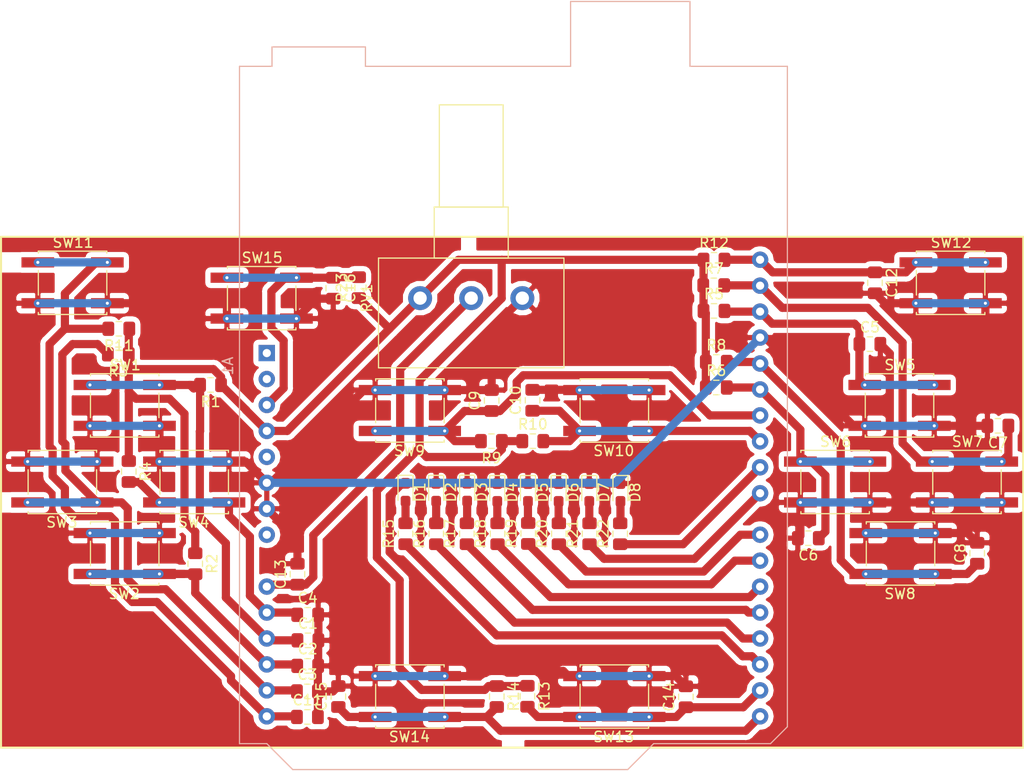
<source format=kicad_pcb>
(kicad_pcb (version 20171130) (host pcbnew 5.0.1)
  (layers (0 F.Cu signal) (31 B.Cu signal) (34 B.Paste user) (35 F.Paste user) (36 B.SilkS user) (37 F.SilkS user) (38 B.Mask user) (39 F.Mask user) (44 Edge.Cuts user))
  (net 0 "")
  (net 1 /P0.27)
  (net 2 /P0.26)
  (net 3 /P0.13)
  (net 4 /VDD)
  (net 5 /P0.14)
  (net 6 /RESET)
  (net 7 /P0.15)
  (net 8 /P0.16)
  (net 9 /P0.17)
  (net 10 /GND)
  (net 11 /P0.18)
  (net 12 /P0.19)
  (net 13 /P0.20)
  (net 14 "/P0.03(A0)")
  (net 15 /P0.22)
  (net 16 /P0.04)
  (net 17 /P0.23)
  (net 18 /P0.28)
  (net 19 /P0.24)
  (net 20 /P0.29)
  (net 21 /P0.30)
  (net 22 /P0.31)
  (net 23 /P0.02)
  (net 24 /P0.11)
  (net 25 /P0.12)
  (net 26 /P0.25)
  (net 27 "Net-(D1-Pad2)")
  (net 28 "Net-(D2-Pad2)")
  (net 29 "Net-(D3-Pad2)")
  (net 30 "Net-(D4-Pad2)")
  (net 31 "Net-(D5-Pad2)")
  (net 32 "Net-(D6-Pad2)")
  (net 33 "Net-(D7-Pad2)")
  (net 34 "Net-(D8-Pad2)")
  (module Module:Arduino_UNO_R3 (layer B.Cu) (at 66 51.38 270)
    (fp_text reference A1 (at 1.27 3.81 90) (layer B.SilkS) (effects (justify mirror)))
    (fp_text value Arduino_UNO_R3)
    (pad 32 thru_hole oval (at -9.14 -48.26 180) (size 1.6 1.6) (drill 0.8) (layers *.Cu *.Mask) (net 1 /P0.27))
    (pad 31 thru_hole oval (at -6.6 -48.26 180) (size 1.6 1.6) (drill 0.8) (layers *.Cu *.Mask) (net 2 /P0.26))
    (pad 1 thru_hole rect (at 0 0 180) (size 1.6 1.6) (drill 0.8) (layers *.Cu *.Mask))
    (pad 17 thru_hole oval (at 30.48 -48.26 180) (size 1.6 1.6) (drill 0.8) (layers *.Cu *.Mask) (net 3 /P0.13))
    (pad 2 thru_hole oval (at 2.54 0 180) (size 1.6 1.6) (drill 0.8) (layers *.Cu *.Mask))
    (pad 18 thru_hole oval (at 27.94 -48.26 180) (size 1.6 1.6) (drill 0.8) (layers *.Cu *.Mask) (net 5 /P0.14))
    (pad 3 thru_hole oval (at 5.08 0 180) (size 1.6 1.6) (drill 0.8) (layers *.Cu *.Mask) (net 6 /RESET))
    (pad 19 thru_hole oval (at 25.4 -48.26 180) (size 1.6 1.6) (drill 0.8) (layers *.Cu *.Mask) (net 7 /P0.15))
    (pad 4 thru_hole oval (at 7.62 0 180) (size 1.6 1.6) (drill 0.8) (layers *.Cu *.Mask) (net 4 /VDD))
    (pad 20 thru_hole oval (at 22.86 -48.26 180) (size 1.6 1.6) (drill 0.8) (layers *.Cu *.Mask) (net 8 /P0.16))
    (pad 5 thru_hole oval (at 10.16 0 180) (size 1.6 1.6) (drill 0.8) (layers *.Cu *.Mask))
    (pad 21 thru_hole oval (at 20.32 -48.26 180) (size 1.6 1.6) (drill 0.8) (layers *.Cu *.Mask) (net 9 /P0.17))
    (pad 6 thru_hole oval (at 12.7 0 180) (size 1.6 1.6) (drill 0.8) (layers *.Cu *.Mask) (net 10 /GND))
    (pad 22 thru_hole oval (at 17.78 -48.26 180) (size 1.6 1.6) (drill 0.8) (layers *.Cu *.Mask) (net 11 /P0.18))
    (pad 7 thru_hole oval (at 15.24 0 180) (size 1.6 1.6) (drill 0.8) (layers *.Cu *.Mask) (net 10 /GND))
    (pad 23 thru_hole oval (at 13.72 -48.26 180) (size 1.6 1.6) (drill 0.8) (layers *.Cu *.Mask) (net 12 /P0.19))
    (pad 8 thru_hole oval (at 17.78 0 180) (size 1.6 1.6) (drill 0.8) (layers *.Cu *.Mask))
    (pad 24 thru_hole oval (at 11.18 -48.26 180) (size 1.6 1.6) (drill 0.8) (layers *.Cu *.Mask) (net 13 /P0.20))
    (pad 9 thru_hole oval (at 22.86 0 180) (size 1.6 1.6) (drill 0.8) (layers *.Cu *.Mask) (net 14 "/P0.03(A0)"))
    (pad 25 thru_hole oval (at 8.64 -48.26 180) (size 1.6 1.6) (drill 0.8) (layers *.Cu *.Mask) (net 15 /P0.22))
    (pad 10 thru_hole oval (at 25.4 0 180) (size 1.6 1.6) (drill 0.8) (layers *.Cu *.Mask) (net 16 /P0.04))
    (pad 26 thru_hole oval (at 6.1 -48.26 180) (size 1.6 1.6) (drill 0.8) (layers *.Cu *.Mask) (net 17 /P0.23))
    (pad 11 thru_hole oval (at 27.94 0 180) (size 1.6 1.6) (drill 0.8) (layers *.Cu *.Mask) (net 18 /P0.28))
    (pad 27 thru_hole oval (at 3.56 -48.26 180) (size 1.6 1.6) (drill 0.8) (layers *.Cu *.Mask) (net 19 /P0.24))
    (pad 12 thru_hole oval (at 30.48 0 180) (size 1.6 1.6) (drill 0.8) (layers *.Cu *.Mask) (net 20 /P0.29))
    (pad 28 thru_hole oval (at 1.02 -48.26 180) (size 1.6 1.6) (drill 0.8) (layers *.Cu *.Mask) (net 26 /P0.25))
    (pad 13 thru_hole oval (at 33.02 0 180) (size 1.6 1.6) (drill 0.8) (layers *.Cu *.Mask) (net 21 /P0.30))
    (pad 29 thru_hole oval (at -1.52 -48.26 180) (size 1.6 1.6) (drill 0.8) (layers *.Cu *.Mask) (net 10 /GND))
    (pad 14 thru_hole oval (at 35.56 0 180) (size 1.6 1.6) (drill 0.8) (layers *.Cu *.Mask) (net 22 /P0.31))
    (pad 30 thru_hole oval (at -4.06 -48.26 180) (size 1.6 1.6) (drill 0.8) (layers *.Cu *.Mask) (net 23 /P0.02))
    (pad 15 thru_hole oval (at 35.56 -48.26 180) (size 1.6 1.6) (drill 0.8) (layers *.Cu *.Mask) (net 24 /P0.11))
    (pad 16 thru_hole oval (at 33.02 -48.26 180) (size 1.6 1.6) (drill 0.8) (layers *.Cu *.Mask) (net 25 /P0.12))
  )
  (module Capacitor_SMD:C_0805_2012Metric_Pad1.15x1.40mm_HandSolder (layer F.Cu) (at 70.025 79.5)
    (fp_text reference C1 (at 0 -1.65) (layer F.SilkS))
    (fp_text value 10n)
    (pad 2 smd roundrect (at 1.025 0) (size 1.15 1.4) (layers F.Cu F.Paste F.Mask) (roundrect_rratio 0.217391) (net 10 /GND))
    (pad 1 smd roundrect (at -1.025 0) (size 1.15 1.4) (layers F.Cu F.Paste F.Mask) (roundrect_rratio 0.217391) (net 18 /P0.28))
  )
  (module Capacitor_SMD:C_0805_2012Metric_Pad1.15x1.40mm_HandSolder (layer F.Cu) (at 70 82)
    (fp_text reference C2 (at 0 -1.65) (layer F.SilkS))
    (fp_text value 10n)
    (pad 2 smd roundrect (at 1.025 0) (size 1.15 1.4) (layers F.Cu F.Paste F.Mask) (roundrect_rratio 0.217391) (net 10 /GND))
    (pad 1 smd roundrect (at -1.025 0) (size 1.15 1.4) (layers F.Cu F.Paste F.Mask) (roundrect_rratio 0.217391) (net 20 /P0.29))
  )
  (module Capacitor_SMD:C_0805_2012Metric_Pad1.15x1.40mm_HandSolder (layer F.Cu) (at 69.975 84.5)
    (fp_text reference C3 (at 0 -1.65) (layer F.SilkS))
    (fp_text value 10n)
    (pad 2 smd roundrect (at 1.025 0) (size 1.15 1.4) (layers F.Cu F.Paste F.Mask) (roundrect_rratio 0.217391) (net 10 /GND))
    (pad 1 smd roundrect (at -1.025 0) (size 1.15 1.4) (layers F.Cu F.Paste F.Mask) (roundrect_rratio 0.217391) (net 21 /P0.30))
  )
  (module Capacitor_SMD:C_0805_2012Metric_Pad1.15x1.40mm_HandSolder (layer F.Cu) (at 70 77)
    (fp_text reference C4 (at 0 -1.65) (layer F.SilkS))
    (fp_text value 10n)
    (pad 1 smd roundrect (at -1.025 0) (size 1.15 1.4) (layers F.Cu F.Paste F.Mask) (roundrect_rratio 0.217391) (net 16 /P0.04))
    (pad 2 smd roundrect (at 1.025 0) (size 1.15 1.4) (layers F.Cu F.Paste F.Mask) (roundrect_rratio 0.217391) (net 10 /GND))
  )
  (module Capacitor_SMD:C_0805_2012Metric_Pad1.15x1.40mm_HandSolder (layer F.Cu) (at 125 50.5)
    (fp_text reference C5 (at 0 -1.65) (layer F.SilkS))
    (fp_text value 10n)
    (pad 1 smd roundrect (at -1.025 0) (size 1.15 1.4) (layers F.Cu F.Paste F.Mask) (roundrect_rratio 0.217391) (net 23 /P0.02))
    (pad 2 smd roundrect (at 1.025 0) (size 1.15 1.4) (layers F.Cu F.Paste F.Mask) (roundrect_rratio 0.217391) (net 10 /GND))
  )
  (module Capacitor_SMD:C_0805_2012Metric_Pad1.15x1.40mm_HandSolder (layer F.Cu) (at 118.975 69.5 180)
    (fp_text reference C6 (at 0 -1.65 180) (layer F.SilkS))
    (fp_text value 10n)
    (pad 2 smd roundrect (at 1.025 0 180) (size 1.15 1.4) (layers F.Cu F.Paste F.Mask) (roundrect_rratio 0.217391) (net 10 /GND))
    (pad 1 smd roundrect (at -1.025 0 180) (size 1.15 1.4) (layers F.Cu F.Paste F.Mask) (roundrect_rratio 0.217391) (net 19 /P0.24))
  )
  (module Capacitor_SMD:C_0805_2012Metric_Pad1.15x1.40mm_HandSolder (layer F.Cu) (at 137.525 58.5 180)
    (fp_text reference C7 (at 0 -1.65 180) (layer F.SilkS))
    (fp_text value 10n)
    (pad 1 smd roundrect (at -1.025 0 180) (size 1.15 1.4) (layers F.Cu F.Paste F.Mask) (roundrect_rratio 0.217391) (net 2 /P0.26))
    (pad 2 smd roundrect (at 1.025 0 180) (size 1.15 1.4) (layers F.Cu F.Paste F.Mask) (roundrect_rratio 0.217391) (net 10 /GND))
  )
  (module Capacitor_SMD:C_0805_2012Metric_Pad1.15x1.40mm_HandSolder (layer F.Cu) (at 135.5 70.975 90)
    (fp_text reference C8 (at 0 -1.65 90) (layer F.SilkS))
    (fp_text value 10n)
    (pad 1 smd roundrect (at -1.025 0 90) (size 1.15 1.4) (layers F.Cu F.Paste F.Mask) (roundrect_rratio 0.217391) (net 26 /P0.25))
    (pad 2 smd roundrect (at 1.025 0 90) (size 1.15 1.4) (layers F.Cu F.Paste F.Mask) (roundrect_rratio 0.217391) (net 10 /GND))
  )
  (module Capacitor_SMD:C_0805_2012Metric_Pad1.15x1.40mm_HandSolder (layer F.Cu) (at 88 56.025 90)
    (fp_text reference C9 (at 0 -1.65 90) (layer F.SilkS))
    (fp_text value 10n)
    (pad 1 smd roundrect (at -1.025 0 90) (size 1.15 1.4) (layers F.Cu F.Paste F.Mask) (roundrect_rratio 0.217391) (net 17 /P0.23))
    (pad 2 smd roundrect (at 1.025 0 90) (size 1.15 1.4) (layers F.Cu F.Paste F.Mask) (roundrect_rratio 0.217391) (net 10 /GND))
  )
  (module Capacitor_SMD:C_0805_2012Metric_Pad1.15x1.40mm_HandSolder (layer F.Cu) (at 92 56 90)
    (fp_text reference C10 (at 0 -1.65 90) (layer F.SilkS))
    (fp_text value 10n)
    (pad 1 smd roundrect (at -1.025 0 90) (size 1.15 1.4) (layers F.Cu F.Paste F.Mask) (roundrect_rratio 0.217391) (net 15 /P0.22))
    (pad 2 smd roundrect (at 1.025 0 90) (size 1.15 1.4) (layers F.Cu F.Paste F.Mask) (roundrect_rratio 0.217391) (net 10 /GND))
  )
  (module Capacitor_SMD:C_0805_2012Metric_Pad1.15x1.40mm_HandSolder (layer F.Cu) (at 69.975 87)
    (fp_text reference C11 (at 0 -1.65) (layer F.SilkS))
    (fp_text value 10n)
    (pad 2 smd roundrect (at 1.025 0) (size 1.15 1.4) (layers F.Cu F.Paste F.Mask) (roundrect_rratio 0.217391) (net 10 /GND))
    (pad 1 smd roundrect (at -1.025 0) (size 1.15 1.4) (layers F.Cu F.Paste F.Mask) (roundrect_rratio 0.217391) (net 22 /P0.31))
  )
  (module Capacitor_SMD:C_0805_2012Metric_Pad1.15x1.40mm_HandSolder (layer F.Cu) (at 125.5 44.5 270)
    (fp_text reference C12 (at 0 -1.65 270) (layer F.SilkS))
    (fp_text value 10n)
    (pad 2 smd roundrect (at 1.025 0 270) (size 1.15 1.4) (layers F.Cu F.Paste F.Mask) (roundrect_rratio 0.217391) (net 10 /GND))
    (pad 1 smd roundrect (at -1.025 0 270) (size 1.15 1.4) (layers F.Cu F.Paste F.Mask) (roundrect_rratio 0.217391) (net 1 /P0.27))
  )
  (module Capacitor_SMD:C_0805_2012Metric_Pad1.15x1.40mm_HandSolder (layer F.Cu) (at 69 73.025 90)
    (fp_text reference C13 (at 0 -1.65 90) (layer F.SilkS))
    (fp_text value C)
    (pad 2 smd roundrect (at 1.025 0 90) (size 1.15 1.4) (layers F.Cu F.Paste F.Mask) (roundrect_rratio 0.217391) (net 10 /GND))
    (pad 1 smd roundrect (at -1.025 0 90) (size 1.15 1.4) (layers F.Cu F.Paste F.Mask) (roundrect_rratio 0.217391) (net 14 "/P0.03(A0)"))
  )
  (module Capacitor_SMD:C_0805_2012Metric_Pad1.15x1.40mm_HandSolder (layer F.Cu) (at 107 85.025 90)
    (fp_text reference C14 (at 0 -1.65 90) (layer F.SilkS))
    (fp_text value 10n)
    (pad 2 smd roundrect (at 1.025 0 90) (size 1.15 1.4) (layers F.Cu F.Paste F.Mask) (roundrect_rratio 0.217391) (net 10 /GND))
    (pad 1 smd roundrect (at -1.025 0 90) (size 1.15 1.4) (layers F.Cu F.Paste F.Mask) (roundrect_rratio 0.217391) (net 25 /P0.12))
  )
  (module Capacitor_SMD:C_0805_2012Metric_Pad1.15x1.40mm_HandSolder (layer F.Cu) (at 73 85 90)
    (fp_text reference C15 (at 0 -1.65 90) (layer F.SilkS))
    (fp_text value 10n)
    (pad 1 smd roundrect (at -1.025 0 90) (size 1.15 1.4) (layers F.Cu F.Paste F.Mask) (roundrect_rratio 0.217391) (net 24 /P0.11))
    (pad 2 smd roundrect (at 1.025 0 90) (size 1.15 1.4) (layers F.Cu F.Paste F.Mask) (roundrect_rratio 0.217391) (net 10 /GND))
  )
  (module Capacitor_SMD:C_0805_2012Metric_Pad1.15x1.40mm_HandSolder (layer F.Cu) (at 72.5 45.025 270)
    (fp_text reference C16 (at 0 -1.65 270) (layer F.SilkS))
    (fp_text value 10n)
    (pad 1 smd roundrect (at -1.025 0 270) (size 1.15 1.4) (layers F.Cu F.Paste F.Mask) (roundrect_rratio 0.217391) (net 6 /RESET))
    (pad 2 smd roundrect (at 1.025 0 270) (size 1.15 1.4) (layers F.Cu F.Paste F.Mask) (roundrect_rratio 0.217391) (net 10 /GND))
  )
  (module Resistor_SMD:R_0805_2012Metric_Pad1.15x1.40mm_HandSolder (layer F.Cu) (at 60.5 54.5 180)
    (fp_text reference R1 (at 0 -1.65 180) (layer F.SilkS))
    (fp_text value 10k)
    (pad 1 smd roundrect (at -1.025 0 180) (size 1.15 1.4) (layers F.Cu F.Paste F.Mask) (roundrect_rratio 0.217391) (net 4 /VDD))
    (pad 2 smd roundrect (at 1.025 0 180) (size 1.15 1.4) (layers F.Cu F.Paste F.Mask) (roundrect_rratio 0.217391) (net 18 /P0.28))
  )
  (module Resistor_SMD:R_0805_2012Metric_Pad1.15x1.40mm_HandSolder (layer F.Cu) (at 59 72 270)
    (fp_text reference R2 (at 0 -1.65 270) (layer F.SilkS))
    (fp_text value 10k)
    (pad 2 smd roundrect (at 1.025 0 270) (size 1.15 1.4) (layers F.Cu F.Paste F.Mask) (roundrect_rratio 0.217391) (net 20 /P0.29))
    (pad 1 smd roundrect (at -1.025 0 270) (size 1.15 1.4) (layers F.Cu F.Paste F.Mask) (roundrect_rratio 0.217391) (net 4 /VDD))
  )
  (module Resistor_SMD:R_0805_2012Metric_Pad1.15x1.40mm_HandSolder (layer F.Cu) (at 51.475 51.5 180)
    (fp_text reference R3 (at 0 -1.65 180) (layer F.SilkS))
    (fp_text value 10k)
    (pad 1 smd roundrect (at -1.025 0 180) (size 1.15 1.4) (layers F.Cu F.Paste F.Mask) (roundrect_rratio 0.217391) (net 4 /VDD))
    (pad 2 smd roundrect (at 1.025 0 180) (size 1.15 1.4) (layers F.Cu F.Paste F.Mask) (roundrect_rratio 0.217391) (net 21 /P0.30))
  )
  (module Resistor_SMD:R_0805_2012Metric_Pad1.15x1.40mm_HandSolder (layer F.Cu) (at 52.5 62.975 270)
    (fp_text reference R4 (at 0 -1.65 270) (layer F.SilkS))
    (fp_text value 10k)
    (pad 2 smd roundrect (at 1.025 0 270) (size 1.15 1.4) (layers F.Cu F.Paste F.Mask) (roundrect_rratio 0.217391) (net 16 /P0.04))
    (pad 1 smd roundrect (at -1.025 0 270) (size 1.15 1.4) (layers F.Cu F.Paste F.Mask) (roundrect_rratio 0.217391) (net 4 /VDD))
  )
  (module Resistor_SMD:R_0805_2012Metric_Pad1.15x1.40mm_HandSolder (layer F.Cu) (at 109.75 47.25)
    (fp_text reference R5 (at 0 -1.65) (layer F.SilkS))
    (fp_text value 10k)
    (pad 1 smd roundrect (at -1.025 0) (size 1.15 1.4) (layers F.Cu F.Paste F.Mask) (roundrect_rratio 0.217391) (net 4 /VDD))
    (pad 2 smd roundrect (at 1.025 0) (size 1.15 1.4) (layers F.Cu F.Paste F.Mask) (roundrect_rratio 0.217391) (net 23 /P0.02))
  )
  (module Resistor_SMD:R_0805_2012Metric_Pad1.15x1.40mm_HandSolder (layer F.Cu) (at 109.975 54.75)
    (fp_text reference R6 (at 0 -1.65) (layer F.SilkS))
    (fp_text value 10k)
    (pad 2 smd roundrect (at 1.025 0) (size 1.15 1.4) (layers F.Cu F.Paste F.Mask) (roundrect_rratio 0.217391) (net 19 /P0.24))
    (pad 1 smd roundrect (at -1.025 0) (size 1.15 1.4) (layers F.Cu F.Paste F.Mask) (roundrect_rratio 0.217391) (net 4 /VDD))
  )
  (module Resistor_SMD:R_0805_2012Metric_Pad1.15x1.40mm_HandSolder (layer F.Cu) (at 109.725 44.75)
    (fp_text reference R7 (at 0 -1.65) (layer F.SilkS))
    (fp_text value 10k)
    (pad 2 smd roundrect (at 1.025 0) (size 1.15 1.4) (layers F.Cu F.Paste F.Mask) (roundrect_rratio 0.217391) (net 2 /P0.26))
    (pad 1 smd roundrect (at -1.025 0) (size 1.15 1.4) (layers F.Cu F.Paste F.Mask) (roundrect_rratio 0.217391) (net 4 /VDD))
  )
  (module Resistor_SMD:R_0805_2012Metric_Pad1.15x1.40mm_HandSolder (layer F.Cu) (at 109.975 52.25)
    (fp_text reference R8 (at 0 -1.65) (layer F.SilkS))
    (fp_text value 10k)
    (pad 1 smd roundrect (at -1.025 0) (size 1.15 1.4) (layers F.Cu F.Paste F.Mask) (roundrect_rratio 0.217391) (net 4 /VDD))
    (pad 2 smd roundrect (at 1.025 0) (size 1.15 1.4) (layers F.Cu F.Paste F.Mask) (roundrect_rratio 0.217391) (net 26 /P0.25))
  )
  (module Resistor_SMD:R_0805_2012Metric_Pad1.15x1.40mm_HandSolder (layer F.Cu) (at 87.975 60 180)
    (fp_text reference R9 (at 0 -1.65 180) (layer F.SilkS))
    (fp_text value 10k)
    (pad 2 smd roundrect (at 1.025 0 180) (size 1.15 1.4) (layers F.Cu F.Paste F.Mask) (roundrect_rratio 0.217391) (net 17 /P0.23))
    (pad 1 smd roundrect (at -1.025 0 180) (size 1.15 1.4) (layers F.Cu F.Paste F.Mask) (roundrect_rratio 0.217391) (net 4 /VDD))
  )
  (module Resistor_SMD:R_0805_2012Metric_Pad1.15x1.40mm_HandSolder (layer F.Cu) (at 92.025 60)
    (fp_text reference R10 (at 0 -1.65) (layer F.SilkS))
    (fp_text value 10k)
    (pad 1 smd roundrect (at -1.025 0) (size 1.15 1.4) (layers F.Cu F.Paste F.Mask) (roundrect_rratio 0.217391) (net 4 /VDD))
    (pad 2 smd roundrect (at 1.025 0) (size 1.15 1.4) (layers F.Cu F.Paste F.Mask) (roundrect_rratio 0.217391) (net 15 /P0.22))
  )
  (module Resistor_SMD:R_0805_2012Metric_Pad1.15x1.40mm_HandSolder (layer F.Cu) (at 51.525 49 180)
    (fp_text reference R11 (at 0 -1.65 180) (layer F.SilkS))
    (fp_text value 10k)
    (pad 2 smd roundrect (at 1.025 0 180) (size 1.15 1.4) (layers F.Cu F.Paste F.Mask) (roundrect_rratio 0.217391) (net 22 /P0.31))
    (pad 1 smd roundrect (at -1.025 0 180) (size 1.15 1.4) (layers F.Cu F.Paste F.Mask) (roundrect_rratio 0.217391) (net 4 /VDD))
  )
  (module Resistor_SMD:R_0805_2012Metric_Pad1.15x1.40mm_HandSolder (layer F.Cu) (at 109.75 42.25)
    (fp_text reference R12 (at 0 -1.65) (layer F.SilkS))
    (fp_text value 10k)
    (pad 1 smd roundrect (at -1.025 0) (size 1.15 1.4) (layers F.Cu F.Paste F.Mask) (roundrect_rratio 0.217391) (net 4 /VDD))
    (pad 2 smd roundrect (at 1.025 0) (size 1.15 1.4) (layers F.Cu F.Paste F.Mask) (roundrect_rratio 0.217391) (net 1 /P0.27))
  )
  (module Resistor_SMD:R_0805_2012Metric_Pad1.15x1.40mm_HandSolder (layer F.Cu) (at 91.5 84.975 270)
    (fp_text reference R13 (at 0 -1.65 270) (layer F.SilkS))
    (fp_text value 10k)
    (pad 1 smd roundrect (at -1.025 0 270) (size 1.15 1.4) (layers F.Cu F.Paste F.Mask) (roundrect_rratio 0.217391) (net 4 /VDD))
    (pad 2 smd roundrect (at 1.025 0 270) (size 1.15 1.4) (layers F.Cu F.Paste F.Mask) (roundrect_rratio 0.217391) (net 25 /P0.12))
  )
  (module Resistor_SMD:R_0805_2012Metric_Pad1.15x1.40mm_HandSolder (layer F.Cu) (at 88.5 85 270)
    (fp_text reference R14 (at 0 -1.65 270) (layer F.SilkS))
    (fp_text value 10k)
    (pad 2 smd roundrect (at 1.025 0 270) (size 1.15 1.4) (layers F.Cu F.Paste F.Mask) (roundrect_rratio 0.217391) (net 24 /P0.11))
    (pad 1 smd roundrect (at -1.025 0 270) (size 1.15 1.4) (layers F.Cu F.Paste F.Mask) (roundrect_rratio 0.217391) (net 4 /VDD))
  )
  (module Resistor_SMD:R_0805_2012Metric_Pad1.15x1.40mm_HandSolder (layer F.Cu) (at 79.5734 69.064525 90)
    (fp_text reference R15 (at 0 -1.65 90) (layer F.SilkS))
    (fp_text value R)
    (pad 1 smd roundrect (at -1.025 0 90) (size 1.15 1.4) (layers F.Cu F.Paste F.Mask) (roundrect_rratio 0.217391) (net 3 /P0.13))
    (pad 2 smd roundrect (at 1.025 0 90) (size 1.15 1.4) (layers F.Cu F.Paste F.Mask) (roundrect_rratio 0.217391) (net 27 "Net-(D1-Pad2)"))
  )
  (module Resistor_SMD:R_0805_2012Metric_Pad1.15x1.40mm_HandSolder (layer F.Cu) (at 82.5734 69.064525 90)
    (fp_text reference R16 (at 0 -1.65 90) (layer F.SilkS))
    (fp_text value R)
    (pad 2 smd roundrect (at 1.025 0 90) (size 1.15 1.4) (layers F.Cu F.Paste F.Mask) (roundrect_rratio 0.217391) (net 28 "Net-(D2-Pad2)"))
    (pad 1 smd roundrect (at -1.025 0 90) (size 1.15 1.4) (layers F.Cu F.Paste F.Mask) (roundrect_rratio 0.217391) (net 5 /P0.14))
  )
  (module Resistor_SMD:R_0805_2012Metric_Pad1.15x1.40mm_HandSolder (layer F.Cu) (at 85.5734 69.064525 90)
    (fp_text reference R17 (at 0 -1.65 90) (layer F.SilkS))
    (fp_text value R)
    (pad 2 smd roundrect (at 1.025 0 90) (size 1.15 1.4) (layers F.Cu F.Paste F.Mask) (roundrect_rratio 0.217391) (net 29 "Net-(D3-Pad2)"))
    (pad 1 smd roundrect (at -1.025 0 90) (size 1.15 1.4) (layers F.Cu F.Paste F.Mask) (roundrect_rratio 0.217391) (net 7 /P0.15))
  )
  (module Resistor_SMD:R_0805_2012Metric_Pad1.15x1.40mm_HandSolder (layer F.Cu) (at 88.5734 69.064525 90)
    (fp_text reference R18 (at 0 -1.65 90) (layer F.SilkS))
    (fp_text value R)
    (pad 1 smd roundrect (at -1.025 0 90) (size 1.15 1.4) (layers F.Cu F.Paste F.Mask) (roundrect_rratio 0.217391) (net 8 /P0.16))
    (pad 2 smd roundrect (at 1.025 0 90) (size 1.15 1.4) (layers F.Cu F.Paste F.Mask) (roundrect_rratio 0.217391) (net 30 "Net-(D4-Pad2)"))
  )
  (module Resistor_SMD:R_0805_2012Metric_Pad1.15x1.40mm_HandSolder (layer F.Cu) (at 91.5734 69.039525 90)
    (fp_text reference R19 (at 0 -1.65 90) (layer F.SilkS))
    (fp_text value R)
    (pad 1 smd roundrect (at -1.025 0 90) (size 1.15 1.4) (layers F.Cu F.Paste F.Mask) (roundrect_rratio 0.217391) (net 9 /P0.17))
    (pad 2 smd roundrect (at 1.025 0 90) (size 1.15 1.4) (layers F.Cu F.Paste F.Mask) (roundrect_rratio 0.217391) (net 31 "Net-(D5-Pad2)"))
  )
  (module Resistor_SMD:R_0805_2012Metric_Pad1.15x1.40mm_HandSolder (layer F.Cu) (at 94.5734 69.064525 90)
    (fp_text reference R20 (at 0 -1.65 90) (layer F.SilkS))
    (fp_text value R)
    (pad 2 smd roundrect (at 1.025 0 90) (size 1.15 1.4) (layers F.Cu F.Paste F.Mask) (roundrect_rratio 0.217391) (net 32 "Net-(D6-Pad2)"))
    (pad 1 smd roundrect (at -1.025 0 90) (size 1.15 1.4) (layers F.Cu F.Paste F.Mask) (roundrect_rratio 0.217391) (net 11 /P0.18))
  )
  (module Resistor_SMD:R_0805_2012Metric_Pad1.15x1.40mm_HandSolder (layer F.Cu) (at 97.5734 69.064525 90)
    (fp_text reference R21 (at 0 -1.65 90) (layer F.SilkS))
    (fp_text value R)
    (pad 2 smd roundrect (at 1.025 0 90) (size 1.15 1.4) (layers F.Cu F.Paste F.Mask) (roundrect_rratio 0.217391) (net 33 "Net-(D7-Pad2)"))
    (pad 1 smd roundrect (at -1.025 0 90) (size 1.15 1.4) (layers F.Cu F.Paste F.Mask) (roundrect_rratio 0.217391) (net 12 /P0.19))
  )
  (module Resistor_SMD:R_0805_2012Metric_Pad1.15x1.40mm_HandSolder (layer F.Cu) (at 100.5734 69.064525 90)
    (fp_text reference R22 (at 0 -1.65 90) (layer F.SilkS))
    (fp_text value R)
    (pad 1 smd roundrect (at -1.025 0 90) (size 1.15 1.4) (layers F.Cu F.Paste F.Mask) (roundrect_rratio 0.217391) (net 13 /P0.20))
    (pad 2 smd roundrect (at 1.025 0 90) (size 1.15 1.4) (layers F.Cu F.Paste F.Mask) (roundrect_rratio 0.217391) (net 34 "Net-(D8-Pad2)"))
  )
  (module Resistor_SMD:R_0805_2012Metric_Pad1.15x1.40mm_HandSolder (layer F.Cu) (at 75 44.975 90)
    (fp_text reference R23 (at 0 -1.65 90) (layer F.SilkS))
    (fp_text value 10k)
    (pad 1 smd roundrect (at -1.025 0 90) (size 1.15 1.4) (layers F.Cu F.Paste F.Mask) (roundrect_rratio 0.217391) (net 4 /VDD))
    (pad 2 smd roundrect (at 1.025 0 90) (size 1.15 1.4) (layers F.Cu F.Paste F.Mask) (roundrect_rratio 0.217391) (net 6 /RESET))
  )
  (module Potentiometer_THT:Potentiometer_Alps_RK163_Single_Horizontal (layer F.Cu) (at 91 46 90)
    (fp_text reference RV1 (at 0 -15.2 90) (layer F.SilkS))
    (fp_text value R_POT)
    (pad 3 thru_hole circle (at 0 -10 90) (size 2.34 2.34) (drill 1.3) (layers *.Cu *.Mask) (net 4 /VDD))
    (pad 2 thru_hole circle (at 0 -5 90) (size 2.34 2.34) (drill 1.3) (layers *.Cu *.Mask) (net 14 "/P0.03(A0)"))
    (pad 1 thru_hole circle (at 0 0 90) (size 2.34 2.34) (drill 1.3) (layers *.Cu *.Mask) (net 10 /GND))
  )
  (module Button_Switch_SMD:SW_SPST_EVQQ2 (layer F.Cu) (at 52.1 56.5)
    (fp_text reference SW1 (at 0.05 -3.95) (layer F.SilkS))
    (fp_text value SW)
    (pad 2 smd rect (at 3.4 2) (size 3.2 1) (layers F.Cu F.Paste F.Mask) (net 10 /GND))
    (pad 2 smd rect (at -3.4 2) (size 3.2 1) (layers F.Cu F.Paste F.Mask) (net 10 /GND))
    (pad 1 smd rect (at -3.4 -2) (size 3.2 1) (layers F.Cu F.Paste F.Mask) (net 18 /P0.28))
    (pad 1 smd rect (at 3.4 -2) (size 3.2 1) (layers F.Cu F.Paste F.Mask) (net 18 /P0.28))
  )
  (module Button_Switch_SMD:SW_SPST_EVQQ2 (layer F.Cu) (at 52.1 71 180)
    (fp_text reference SW2 (at 0.05 -3.95 180) (layer F.SilkS))
    (fp_text value SW)
    (pad 2 smd rect (at 3.4 2 180) (size 3.2 1) (layers F.Cu F.Paste F.Mask) (net 10 /GND))
    (pad 2 smd rect (at -3.4 2 180) (size 3.2 1) (layers F.Cu F.Paste F.Mask) (net 10 /GND))
    (pad 1 smd rect (at -3.4 -2 180) (size 3.2 1) (layers F.Cu F.Paste F.Mask) (net 20 /P0.29))
    (pad 1 smd rect (at 3.4 -2 180) (size 3.2 1) (layers F.Cu F.Paste F.Mask) (net 20 /P0.29))
  )
  (module Button_Switch_SMD:SW_SPST_EVQQ2 (layer F.Cu) (at 46 64 180)
    (fp_text reference SW3 (at 0.05 -3.95 180) (layer F.SilkS))
    (fp_text value SW)
    (pad 1 smd rect (at 3.4 -2 180) (size 3.2 1) (layers F.Cu F.Paste F.Mask) (net 21 /P0.30))
    (pad 1 smd rect (at -3.4 -2 180) (size 3.2 1) (layers F.Cu F.Paste F.Mask) (net 21 /P0.30))
    (pad 2 smd rect (at -3.4 2 180) (size 3.2 1) (layers F.Cu F.Paste F.Mask) (net 10 /GND))
    (pad 2 smd rect (at 3.4 2 180) (size 3.2 1) (layers F.Cu F.Paste F.Mask) (net 10 /GND))
  )
  (module Button_Switch_SMD:SW_SPST_EVQQ2 (layer F.Cu) (at 58.9 64 180)
    (fp_text reference SW4 (at 0.05 -3.95 180) (layer F.SilkS))
    (fp_text value SW)
    (pad 2 smd rect (at 3.4 2 180) (size 3.2 1) (layers F.Cu F.Paste F.Mask) (net 10 /GND))
    (pad 2 smd rect (at -3.4 2 180) (size 3.2 1) (layers F.Cu F.Paste F.Mask) (net 10 /GND))
    (pad 1 smd rect (at -3.4 -2 180) (size 3.2 1) (layers F.Cu F.Paste F.Mask) (net 16 /P0.04))
    (pad 1 smd rect (at 3.4 -2 180) (size 3.2 1) (layers F.Cu F.Paste F.Mask) (net 16 /P0.04))
  )
  (module Button_Switch_SMD:SW_SPST_EVQQ2 (layer F.Cu) (at 127.9 56.5)
    (fp_text reference SW5 (at 0.05 -3.95) (layer F.SilkS))
    (fp_text value SW)
    (pad 1 smd rect (at 3.4 -2) (size 3.2 1) (layers F.Cu F.Paste F.Mask) (net 23 /P0.02))
    (pad 1 smd rect (at -3.4 -2) (size 3.2 1) (layers F.Cu F.Paste F.Mask) (net 23 /P0.02))
    (pad 2 smd rect (at -3.4 2) (size 3.2 1) (layers F.Cu F.Paste F.Mask) (net 10 /GND))
    (pad 2 smd rect (at 3.4 2) (size 3.2 1) (layers F.Cu F.Paste F.Mask) (net 10 /GND))
  )
  (module Button_Switch_SMD:SW_SPST_EVQQ2 (layer F.Cu) (at 121.6 64)
    (fp_text reference SW6 (at 0.05 -3.95) (layer F.SilkS))
    (fp_text value SW)
    (pad 2 smd rect (at 3.4 2) (size 3.2 1) (layers F.Cu F.Paste F.Mask) (net 10 /GND))
    (pad 2 smd rect (at -3.4 2) (size 3.2 1) (layers F.Cu F.Paste F.Mask) (net 10 /GND))
    (pad 1 smd rect (at -3.4 -2) (size 3.2 1) (layers F.Cu F.Paste F.Mask) (net 19 /P0.24))
    (pad 1 smd rect (at 3.4 -2) (size 3.2 1) (layers F.Cu F.Paste F.Mask) (net 19 /P0.24))
  )
  (module Button_Switch_SMD:SW_SPST_EVQQ2 (layer F.Cu) (at 134.5 64)
    (fp_text reference SW7 (at 0.05 -3.95) (layer F.SilkS))
    (fp_text value SW)
    (pad 1 smd rect (at 3.4 -2) (size 3.2 1) (layers F.Cu F.Paste F.Mask) (net 2 /P0.26))
    (pad 1 smd rect (at -3.4 -2) (size 3.2 1) (layers F.Cu F.Paste F.Mask) (net 2 /P0.26))
    (pad 2 smd rect (at -3.4 2) (size 3.2 1) (layers F.Cu F.Paste F.Mask) (net 10 /GND))
    (pad 2 smd rect (at 3.4 2) (size 3.2 1) (layers F.Cu F.Paste F.Mask) (net 10 /GND))
  )
  (module Button_Switch_SMD:SW_SPST_EVQQ2 (layer F.Cu) (at 128 71 180)
    (fp_text reference SW8 (at 0.05 -3.95 180) (layer F.SilkS))
    (fp_text value SW)
    (pad 1 smd rect (at 3.4 -2 180) (size 3.2 1) (layers F.Cu F.Paste F.Mask) (net 26 /P0.25))
    (pad 1 smd rect (at -3.4 -2 180) (size 3.2 1) (layers F.Cu F.Paste F.Mask) (net 26 /P0.25))
    (pad 2 smd rect (at -3.4 2 180) (size 3.2 1) (layers F.Cu F.Paste F.Mask) (net 10 /GND))
    (pad 2 smd rect (at 3.4 2 180) (size 3.2 1) (layers F.Cu F.Paste F.Mask) (net 10 /GND))
  )
  (module Button_Switch_SMD:SW_SPST_EVQQ2 (layer F.Cu) (at 80 57 180)
    (fp_text reference SW9 (at 0.05 -3.95 180) (layer F.SilkS))
    (fp_text value SW)
    (pad 2 smd rect (at 3.4 2 180) (size 3.2 1) (layers F.Cu F.Paste F.Mask) (net 10 /GND))
    (pad 2 smd rect (at -3.4 2 180) (size 3.2 1) (layers F.Cu F.Paste F.Mask) (net 10 /GND))
    (pad 1 smd rect (at -3.4 -2 180) (size 3.2 1) (layers F.Cu F.Paste F.Mask) (net 17 /P0.23))
    (pad 1 smd rect (at 3.4 -2 180) (size 3.2 1) (layers F.Cu F.Paste F.Mask) (net 17 /P0.23))
  )
  (module Button_Switch_SMD:SW_SPST_EVQQ2 (layer F.Cu) (at 100 57 180)
    (fp_text reference SW10 (at 0.05 -3.95 180) (layer F.SilkS))
    (fp_text value SW)
    (pad 1 smd rect (at 3.4 -2 180) (size 3.2 1) (layers F.Cu F.Paste F.Mask) (net 15 /P0.22))
    (pad 1 smd rect (at -3.4 -2 180) (size 3.2 1) (layers F.Cu F.Paste F.Mask) (net 15 /P0.22))
    (pad 2 smd rect (at -3.4 2 180) (size 3.2 1) (layers F.Cu F.Paste F.Mask) (net 10 /GND))
    (pad 2 smd rect (at 3.4 2 180) (size 3.2 1) (layers F.Cu F.Paste F.Mask) (net 10 /GND))
  )
  (module Button_Switch_SMD:SW_SPST_EVQQ2 (layer F.Cu) (at 47 44.5)
    (fp_text reference SW11 (at 0.05 -3.95) (layer F.SilkS))
    (fp_text value SW)
    (pad 1 smd rect (at 3.4 -2) (size 3.2 1) (layers F.Cu F.Paste F.Mask) (net 22 /P0.31))
    (pad 1 smd rect (at -3.4 -2) (size 3.2 1) (layers F.Cu F.Paste F.Mask) (net 22 /P0.31))
    (pad 2 smd rect (at -3.4 2) (size 3.2 1) (layers F.Cu F.Paste F.Mask) (net 10 /GND))
    (pad 2 smd rect (at 3.4 2) (size 3.2 1) (layers F.Cu F.Paste F.Mask) (net 10 /GND))
  )
  (module Button_Switch_SMD:SW_SPST_EVQQ2 (layer F.Cu) (at 132.9 44.5)
    (fp_text reference SW12 (at 0.05 -3.95) (layer F.SilkS))
    (fp_text value SW)
    (pad 1 smd rect (at 3.4 -2) (size 3.2 1) (layers F.Cu F.Paste F.Mask) (net 1 /P0.27))
    (pad 1 smd rect (at -3.4 -2) (size 3.2 1) (layers F.Cu F.Paste F.Mask) (net 1 /P0.27))
    (pad 2 smd rect (at -3.4 2) (size 3.2 1) (layers F.Cu F.Paste F.Mask) (net 10 /GND))
    (pad 2 smd rect (at 3.4 2) (size 3.2 1) (layers F.Cu F.Paste F.Mask) (net 10 /GND))
  )
  (module Button_Switch_SMD:SW_SPST_EVQQ2 (layer F.Cu) (at 100 85 180)
    (fp_text reference SW13 (at 0.05 -3.95 180) (layer F.SilkS))
    (fp_text value SW)
    (pad 2 smd rect (at 3.4 2 180) (size 3.2 1) (layers F.Cu F.Paste F.Mask) (net 10 /GND))
    (pad 2 smd rect (at -3.4 2 180) (size 3.2 1) (layers F.Cu F.Paste F.Mask) (net 10 /GND))
    (pad 1 smd rect (at -3.4 -2 180) (size 3.2 1) (layers F.Cu F.Paste F.Mask) (net 25 /P0.12))
    (pad 1 smd rect (at 3.4 -2 180) (size 3.2 1) (layers F.Cu F.Paste F.Mask) (net 25 /P0.12))
  )
  (module Button_Switch_SMD:SW_SPST_EVQQ2 (layer F.Cu) (at 80 85 180)
    (fp_text reference SW14 (at 0.05 -3.95 180) (layer F.SilkS))
    (fp_text value SW)
    (pad 2 smd rect (at 3.4 2 180) (size 3.2 1) (layers F.Cu F.Paste F.Mask) (net 10 /GND))
    (pad 2 smd rect (at -3.4 2 180) (size 3.2 1) (layers F.Cu F.Paste F.Mask) (net 10 /GND))
    (pad 1 smd rect (at -3.4 -2 180) (size 3.2 1) (layers F.Cu F.Paste F.Mask) (net 24 /P0.11))
    (pad 1 smd rect (at 3.4 -2 180) (size 3.2 1) (layers F.Cu F.Paste F.Mask) (net 24 /P0.11))
  )
  (module Button_Switch_SMD:SW_SPST_EVQQ2 (layer F.Cu) (at 65.5 46)
    (fp_text reference SW15 (at 0.05 -3.95) (layer F.SilkS))
    (fp_text value SW)
    (pad 1 smd rect (at 3.4 -2) (size 3.2 1) (layers F.Cu F.Paste F.Mask) (net 6 /RESET))
    (pad 1 smd rect (at -3.4 -2) (size 3.2 1) (layers F.Cu F.Paste F.Mask) (net 6 /RESET))
    (pad 2 smd rect (at -3.4 2) (size 3.2 1) (layers F.Cu F.Paste F.Mask) (net 10 /GND))
    (pad 2 smd rect (at 3.4 2) (size 3.2 1) (layers F.Cu F.Paste F.Mask) (net 10 /GND))
  )
  (module LED_SMD:LED_0603_1608Metric_Pad1.05x0.95mm_HandSolder (layer F.Cu) (at 79.5734 65 270)
    (fp_text reference D1 (at 0 -1.43 270) (layer F.SilkS))
    (fp_text value LED)
    (pad 2 smd roundrect (at 0.875 0 270) (size 1.05 0.95) (layers F.Cu F.Paste F.Mask) (net 27 "Net-(D1-Pad2)"))
    (pad 1 smd roundrect (at -0.875 0 270) (size 1.05 0.95) (layers F.Cu F.Paste F.Mask) (net 10 /GND))
  )
  (module LED_SMD:LED_0603_1608Metric_Pad1.05x0.95mm_HandSolder (layer F.Cu) (at 82.57 65.005 270)
    (fp_text reference D2 (at 0 -1.43 270) (layer F.SilkS))
    (fp_text value LED)
    (pad 1 smd roundrect (at -0.875 0 270) (size 1.05 0.95) (layers F.Cu F.Paste F.Mask) (net 10 /GND))
    (pad 2 smd roundrect (at 0.875 0 270) (size 1.05 0.95) (layers F.Cu F.Paste F.Mask) (net 28 "Net-(D2-Pad2)"))
  )
  (module LED_SMD:LED_0603_1608Metric_Pad1.05x0.95mm_HandSolder (layer F.Cu) (at 85.6 64.995 270)
    (fp_text reference D3 (at 0 -1.43 270) (layer F.SilkS))
    (fp_text value LED)
    (pad 2 smd roundrect (at 0.875 0 270) (size 1.05 0.95) (layers F.Cu F.Paste F.Mask) (net 29 "Net-(D3-Pad2)"))
    (pad 1 smd roundrect (at -0.875 0 270) (size 1.05 0.95) (layers F.Cu F.Paste F.Mask) (net 10 /GND))
  )
  (module LED_SMD:LED_0603_1608Metric_Pad1.05x0.95mm_HandSolder (layer F.Cu) (at 88.55 65.025 270)
    (fp_text reference D4 (at 0 -1.43 270) (layer F.SilkS))
    (fp_text value LED)
    (pad 1 smd roundrect (at -0.875 0 270) (size 1.05 0.95) (layers F.Cu F.Paste F.Mask) (net 10 /GND))
    (pad 2 smd roundrect (at 0.875 0 270) (size 1.05 0.95) (layers F.Cu F.Paste F.Mask) (net 30 "Net-(D4-Pad2)"))
  )
  (module LED_SMD:LED_0603_1608Metric_Pad1.05x0.95mm_HandSolder (layer F.Cu) (at 91.55 65.025 270)
    (fp_text reference D5 (at 0 -1.43 270) (layer F.SilkS))
    (fp_text value LED)
    (pad 2 smd roundrect (at 0.875 0 270) (size 1.05 0.95) (layers F.Cu F.Paste F.Mask) (net 31 "Net-(D5-Pad2)"))
    (pad 1 smd roundrect (at -0.875 0 270) (size 1.05 0.95) (layers F.Cu F.Paste F.Mask) (net 10 /GND))
  )
  (module LED_SMD:LED_0603_1608Metric_Pad1.05x0.95mm_HandSolder (layer F.Cu) (at 94.55 65.025 270)
    (fp_text reference D6 (at 0 -1.43 270) (layer F.SilkS))
    (fp_text value LED)
    (pad 1 smd roundrect (at -0.875 0 270) (size 1.05 0.95) (layers F.Cu F.Paste F.Mask) (net 10 /GND))
    (pad 2 smd roundrect (at 0.875 0 270) (size 1.05 0.95) (layers F.Cu F.Paste F.Mask) (net 32 "Net-(D6-Pad2)"))
  )
  (module LED_SMD:LED_0603_1608Metric_Pad1.05x0.95mm_HandSolder (layer F.Cu) (at 97.55 65.025 270)
    (fp_text reference D7 (at 0 -1.43 270) (layer F.SilkS))
    (fp_text value LED)
    (pad 1 smd roundrect (at -0.875 0 270) (size 1.05 0.95) (layers F.Cu F.Paste F.Mask) (net 10 /GND))
    (pad 2 smd roundrect (at 0.875 0 270) (size 1.05 0.95) (layers F.Cu F.Paste F.Mask) (net 33 "Net-(D7-Pad2)"))
  )
  (module LED_SMD:LED_0603_1608Metric_Pad1.05x0.95mm_HandSolder (layer F.Cu) (at 100.6 65.025 270)
    (fp_text reference D8 (at 0 -1.43 270) (layer F.SilkS))
    (fp_text value LED)
    (pad 2 smd roundrect (at 0.875 0 270) (size 1.05 0.95) (layers F.Cu F.Paste F.Mask) (net 34 "Net-(D8-Pad2)"))
    (pad 1 smd roundrect (at -0.875 0 270) (size 1.05 0.95) (layers F.Cu F.Paste F.Mask) (net 10 /GND))
  )
  (gr_line (start 40 90) (end 40 40) (layer F.SilkS) (width 0.2))
  (gr_line (start 140 90) (end 40 90) (layer F.SilkS) (width 0.2))
  (gr_line (start 140 40) (end 140 90) (layer F.SilkS) (width 0.2))
  (gr_line (start 40 40) (end 140 40) (layer F.SilkS) (width 0.2))
  (segment (start 115.495 43.475) (end 125.5 43.475) (width 0.8) (layer F.Cu) (net 1))
  (segment (start 114.26 42.24) (end 115.495 43.475) (width 0.8) (layer F.Cu) (net 1))
  (segment (start 128.525 43.475) (end 129.5 42.5) (width 0.8) (layer F.Cu) (net 1))
  (segment (start 125.5 43.475) (end 128.525 43.475) (width 0.8) (layer F.Cu) (net 1))
  (segment (start 110.785 42.24) (end 110.775 42.25) (width 0.8) (layer F.Cu) (net 1))
  (segment (start 114.26 42.24) (end 110.785 42.24) (width 0.8) (layer F.Cu) (net 1))
  (via (at 136.3 42.5) (size 0.4) (drill 0.3) (layers F.Cu B.Cu) (net 1))
  (via (at 129.5 42.5) (size 0.4) (drill 0.3) (layers F.Cu B.Cu) (net 1))
  (segment (start 136.3 42.5) (end 129.5 42.5) (width 0.8) (layer B.Cu) (net 1))
  (segment (start 131.1 62) (end 130 62) (width 0.8) (layer F.Cu) (net 2))
  (segment (start 116.43001 46.95001) (end 115.059999 45.579999) (width 0.8) (layer F.Cu) (net 2))
  (segment (start 115.059999 45.579999) (end 114.26 44.78) (width 0.8) (layer F.Cu) (net 2))
  (segment (start 124.805662 46.95001) (end 116.43001 46.95001) (width 0.8) (layer F.Cu) (net 2))
  (segment (start 128.200011 60.200011) (end 128.200011 50.344359) (width 0.8) (layer F.Cu) (net 2))
  (segment (start 128.200011 50.344359) (end 124.805662 46.95001) (width 0.8) (layer F.Cu) (net 2))
  (segment (start 130 62) (end 128.200011 60.200011) (width 0.8) (layer F.Cu) (net 2))
  (segment (start 138.55 61.35) (end 137.9 62) (width 0.8) (layer F.Cu) (net 2))
  (segment (start 138.55 58.5) (end 138.55 61.35) (width 0.8) (layer F.Cu) (net 2))
  (segment (start 114.23 44.75) (end 114.26 44.78) (width 0.8) (layer F.Cu) (net 2))
  (segment (start 110.75 44.75) (end 114.23 44.75) (width 0.8) (layer F.Cu) (net 2))
  (via (at 131.1 62) (size 0.4) (drill 0.3) (layers F.Cu B.Cu) (net 2))
  (via (at 137.9 62) (size 0.4) (drill 0.3) (layers F.Cu B.Cu) (net 2))
  (segment (start 131.1 62) (end 137.9 62) (width 0.8) (layer B.Cu) (net 2))
  (segment (start 79.857307 70.089525) (end 79.5734 70.089525) (width 0.8) (layer F.Cu) (net 3))
  (segment (start 113.460001 81.060001) (end 112.560001 81.060001) (width 0.8) (layer F.Cu) (net 3))
  (segment (start 114.26 81.86) (end 113.460001 81.060001) (width 0.8) (layer F.Cu) (net 3))
  (segment (start 110.514595 79.014595) (end 88.49847 79.014595) (width 0.8) (layer F.Cu) (net 3))
  (segment (start 112.560001 81.060001) (end 110.514595 79.014595) (width 0.8) (layer F.Cu) (net 3))
  (segment (start 88.49847 79.014595) (end 79.5734 70.089525) (width 0.8) (layer F.Cu) (net 3))
  (segment (start 91.475 83.975) (end 91.5 83.95) (width 0.8) (layer F.Cu) (net 4))
  (segment (start 88.5 83.975) (end 91.475 83.975) (width 0.8) (layer F.Cu) (net 4))
  (segment (start 108.725 44.725) (end 108.7 44.75) (width 0.8) (layer F.Cu) (net 4))
  (segment (start 108.725 42.25) (end 108.725 44.725) (width 0.8) (layer F.Cu) (net 4))
  (segment (start 108.725 44.775) (end 108.7 44.75) (width 0.8) (layer F.Cu) (net 4))
  (segment (start 108.725 47.25) (end 108.725 44.775) (width 0.8) (layer F.Cu) (net 4))
  (segment (start 108.95 47.475) (end 108.725 47.25) (width 0.8) (layer F.Cu) (net 4))
  (segment (start 108.95 52.25) (end 108.95 47.475) (width 0.8) (layer F.Cu) (net 4))
  (segment (start 108.95 54.75) (end 108.95 52.25) (width 0.8) (layer F.Cu) (net 4))
  (segment (start 88.24999 61.55001) (end 89 60.8) (width 0.8) (layer F.Cu) (net 4))
  (segment (start 81.625867 61.55001) (end 88.24999 61.55001) (width 0.8) (layer F.Cu) (net 4))
  (segment (start 89 60.8) (end 89 60) (width 0.8) (layer F.Cu) (net 4))
  (segment (start 81 46) (end 84.75 42.25) (width 0.8) (layer F.Cu) (net 4))
  (segment (start 66 59) (end 68 59) (width 0.8) (layer F.Cu) (net 4))
  (segment (start 66 59) (end 63.975 56.975) (width 0.8) (layer F.Cu) (net 4))
  (segment (start 61.5 54.525) (end 61.525 54.5) (width 0.8) (layer F.Cu) (net 4))
  (segment (start 52.5 49.05) (end 52.55 49) (width 0.8) (layer F.Cu) (net 4))
  (segment (start 52.5 51.5) (end 52.5 49.05) (width 0.8) (layer F.Cu) (net 4))
  (segment (start 52.5 53) (end 52.5 51.5) (width 0.8) (layer F.Cu) (net 4))
  (segment (start 53.219999 55.850001) (end 52.5 55.130002) (width 0.8) (layer F.Cu) (net 4))
  (segment (start 56.480003 55.850001) (end 53.219999 55.850001) (width 0.8) (layer F.Cu) (net 4))
  (segment (start 57.950001 57.319999) (end 56.480003 55.850001) (width 0.8) (layer F.Cu) (net 4))
  (segment (start 59 68.869998) (end 57.950001 67.819999) (width 0.8) (layer F.Cu) (net 4))
  (segment (start 59 70.975) (end 59 68.869998) (width 0.8) (layer F.Cu) (net 4))
  (segment (start 63.975 56.95) (end 61.525 54.5) (width 0.8) (layer F.Cu) (net 4))
  (segment (start 63.975 56.975) (end 63.975 56.95) (width 0.8) (layer F.Cu) (net 4))
  (segment (start 52.55001 52.94999) (end 52.5 53) (width 0.8) (layer F.Cu) (net 4))
  (segment (start 61.525 53.7) (end 60.77499 52.94999) (width 0.8) (layer F.Cu) (net 4))
  (segment (start 60.77499 52.94999) (end 52.55001 52.94999) (width 0.8) (layer F.Cu) (net 4))
  (segment (start 61.525 54.5) (end 61.525 53.7) (width 0.8) (layer F.Cu) (net 4))
  (segment (start 52.5 55.130002) (end 52.5 53) (width 0.8) (layer F.Cu) (net 4))
  (segment (start 57.950001 67.819999) (end 57.950001 57.319999) (width 0.8) (layer F.Cu) (net 4))
  (segment (start 52.5 61.95) (end 52.5 55.130002) (width 0.8) (layer F.Cu) (net 4))
  (segment (start 89 60) (end 91 60) (width 0.8) (layer F.Cu) (net 4))
  (segment (start 88.979999 42.270001) (end 89 42.25) (width 0.8) (layer F.Cu) (net 4))
  (segment (start 88.979999 46.020001) (end 88.979999 42.270001) (width 0.8) (layer F.Cu) (net 4))
  (segment (start 80.949999 54.050001) (end 88.979999 46.020001) (width 0.8) (layer F.Cu) (net 4))
  (segment (start 80.949999 60.874142) (end 80.949999 54.050001) (width 0.8) (layer F.Cu) (net 4))
  (segment (start 81.625867 61.55001) (end 80.949999 60.874142) (width 0.8) (layer F.Cu) (net 4))
  (segment (start 89 42.25) (end 108.725 42.25) (width 0.8) (layer F.Cu) (net 4))
  (segment (start 84.75 42.25) (end 89 42.25) (width 0.8) (layer F.Cu) (net 4))
  (segment (start 75 46) (end 78 49) (width 0.8) (layer F.Cu) (net 4))
  (segment (start 68 59) (end 78 49) (width 0.8) (layer F.Cu) (net 4))
  (segment (start 78 49) (end 81 46) (width 0.8) (layer F.Cu) (net 4))
  (segment (start 87.324999 84.350001) (end 81.150001 84.350001) (width 0.8) (layer F.Cu) (net 4))
  (segment (start 88.5 83.975) (end 87.7 83.975) (width 0.8) (layer F.Cu) (net 4))
  (segment (start 81.150001 84.350001) (end 79 82.2) (width 0.8) (layer F.Cu) (net 4))
  (segment (start 87.7 83.975) (end 87.324999 84.350001) (width 0.8) (layer F.Cu) (net 4))
  (segment (start 80.743504 60.874142) (end 80.949999 60.874142) (width 0.8) (layer F.Cu) (net 4))
  (segment (start 76.773379 64.844267) (end 80.743504 60.874142) (width 0.8) (layer F.Cu) (net 4))
  (segment (start 79 73.614559) (end 76.773379 71.387938) (width 0.8) (layer F.Cu) (net 4))
  (segment (start 76.773379 71.387938) (end 76.773379 64.844267) (width 0.8) (layer F.Cu) (net 4))
  (segment (start 79 82.2) (end 79 73.614559) (width 0.8) (layer F.Cu) (net 4))
  (segment (start 112.587782 79.32) (end 111.032366 77.764584) (width 0.8) (layer F.Cu) (net 5))
  (segment (start 111.032366 77.764584) (end 90.248459 77.764584) (width 0.8) (layer F.Cu) (net 5))
  (segment (start 90.248459 77.764584) (end 82.5734 70.089525) (width 0.8) (layer F.Cu) (net 5))
  (segment (start 114.26 79.32) (end 112.587782 79.32) (width 0.8) (layer F.Cu) (net 5))
  (segment (start 67.8 44) (end 68.9 44) (width 0.8) (layer F.Cu) (net 6))
  (segment (start 66.449999 45.350001) (end 67.8 44) (width 0.8) (layer F.Cu) (net 6))
  (segment (start 66.449999 48.949999) (end 66.449999 45.350001) (width 0.8) (layer F.Cu) (net 6))
  (segment (start 67.650001 54.809999) (end 67.650001 50.150001) (width 0.8) (layer F.Cu) (net 6))
  (segment (start 67.650001 50.150001) (end 66.449999 48.949999) (width 0.8) (layer F.Cu) (net 6))
  (segment (start 66 56.46) (end 67.650001 54.809999) (width 0.8) (layer F.Cu) (net 6))
  (via (at 62.1 44) (size 0.4) (drill 0.3) (layers F.Cu B.Cu) (net 6))
  (via (at 68.9 44) (size 0.4) (drill 0.3) (layers F.Cu B.Cu) (net 6))
  (segment (start 62.1 44) (end 68.9 44) (width 0.8) (layer B.Cu) (net 6))
  (segment (start 72.5 44) (end 68.9 44) (width 0.8) (layer F.Cu) (net 6))
  (segment (start 72.55 43.95) (end 72.5 44) (width 0.8) (layer F.Cu) (net 6))
  (segment (start 75 43.95) (end 72.55 43.95) (width 0.8) (layer F.Cu) (net 6))
  (segment (start 113.12863 76.78) (end 112.863203 76.514573) (width 0.8) (layer F.Cu) (net 7))
  (segment (start 112.863203 76.514573) (end 91.998448 76.514573) (width 0.8) (layer F.Cu) (net 7))
  (segment (start 91.998448 76.514573) (end 85.5734 70.089525) (width 0.8) (layer F.Cu) (net 7))
  (segment (start 114.26 76.78) (end 113.12863 76.78) (width 0.8) (layer F.Cu) (net 7))
  (segment (start 114.26 74.24) (end 113.235438 75.264562) (width 0.8) (layer F.Cu) (net 8))
  (segment (start 93.748437 75.264562) (end 88.5734 70.089525) (width 0.8) (layer F.Cu) (net 8))
  (segment (start 113.235438 75.264562) (end 93.748437 75.264562) (width 0.8) (layer F.Cu) (net 8))
  (segment (start 114.26 71.7) (end 114.059938 71.499938) (width 0.8) (layer F.Cu) (net 9))
  (segment (start 114.26 71.7) (end 111.8 71.7) (width 0.8) (layer F.Cu) (net 9))
  (segment (start 95.523432 74.014557) (end 91.5734 70.064525) (width 0.8) (layer F.Cu) (net 9))
  (segment (start 109.485442 74.014557) (end 95.523432 74.014557) (width 0.8) (layer F.Cu) (net 9))
  (segment (start 111.8 71.7) (end 109.485442 74.014557) (width 0.8) (layer F.Cu) (net 9))
  (segment (start 88 55) (end 83.4 55) (width 0.8) (layer F.Cu) (net 10))
  (segment (start 96.575 54.975) (end 96.6 55) (width 0.8) (layer F.Cu) (net 10))
  (segment (start 92 54.975) (end 96.575 54.975) (width 0.8) (layer F.Cu) (net 10))
  (segment (start 88.025 54.975) (end 88 55) (width 0.8) (layer F.Cu) (net 10))
  (segment (start 69 72) (end 69 69.62) (width 0.8) (layer F.Cu) (net 10))
  (segment (start 66.42 64.08) (end 66 64.08) (width 0.8) (layer F.Cu) (net 10))
  (segment (start 75.5 55) (end 66.42 64.08) (width 0.8) (layer F.Cu) (net 10))
  (segment (start 76.6 55) (end 75.5 55) (width 0.8) (layer F.Cu) (net 10))
  (segment (start 106 83) (end 107 84) (width 0.8) (layer F.Cu) (net 10))
  (segment (start 103.4 83) (end 106 83) (width 0.8) (layer F.Cu) (net 10))
  (segment (start 95.5 83) (end 95 82.5) (width 0.8) (layer F.Cu) (net 10))
  (segment (start 96.6 83) (end 95.5 83) (width 0.8) (layer F.Cu) (net 10))
  (segment (start 85.8 83) (end 83.4 83) (width 0.8) (layer F.Cu) (net 10))
  (segment (start 86.3 82.5) (end 85.8 83) (width 0.8) (layer F.Cu) (net 10))
  (segment (start 95 82.5) (end 86.3 82.5) (width 0.8) (layer F.Cu) (net 10))
  (segment (start 131.1 66) (end 125 66) (width 0.8) (layer F.Cu) (net 10))
  (segment (start 124.6 66.4) (end 125 66) (width 0.8) (layer F.Cu) (net 10))
  (segment (start 124.6 69) (end 124.6 66.4) (width 0.8) (layer F.Cu) (net 10))
  (segment (start 134.55 69) (end 135.5 69.95) (width 0.8) (layer F.Cu) (net 10))
  (segment (start 131.4 69) (end 134.55 69) (width 0.8) (layer F.Cu) (net 10))
  (segment (start 126.475 46.5) (end 125.5 45.525) (width 0.8) (layer F.Cu) (net 10))
  (segment (start 129.5 46.5) (end 126.475 46.5) (width 0.8) (layer F.Cu) (net 10))
  (segment (start 114.76 49.86) (end 114.26 49.86) (width 0.8) (layer F.Cu) (net 10))
  (segment (start 123.4 58.5) (end 114.76 49.86) (width 0.8) (layer F.Cu) (net 10))
  (segment (start 124.5 58.5) (end 123.4 58.5) (width 0.8) (layer F.Cu) (net 10))
  (segment (start 131.3 58.5) (end 132.4 58.5) (width 0.8) (layer F.Cu) (net 10))
  (segment (start 131.1 66) (end 134.55 66) (width 0.8) (layer F.Cu) (net 10))
  (segment (start 134.55 58.5) (end 134.55 66) (width 0.8) (layer F.Cu) (net 10))
  (segment (start 134.55 66) (end 134.55 69) (width 0.8) (layer F.Cu) (net 10))
  (segment (start 126.950001 51.425001) (end 126.025 50.5) (width 0.8) (layer F.Cu) (net 10))
  (segment (start 126.950001 58.449999) (end 126.950001 51.425001) (width 0.8) (layer F.Cu) (net 10))
  (segment (start 126.9 58.5) (end 126.950001 58.449999) (width 0.8) (layer F.Cu) (net 10))
  (segment (start 124.5 58.5) (end 126.9 58.5) (width 0.8) (layer F.Cu) (net 10))
  (segment (start 136.3 47.8) (end 134.55 49.55) (width 0.8) (layer F.Cu) (net 10))
  (segment (start 136.3 46.5) (end 136.3 47.8) (width 0.8) (layer F.Cu) (net 10))
  (segment (start 131.3 58.5) (end 134.55 58.5) (width 0.8) (layer F.Cu) (net 10))
  (segment (start 134.55 49.55) (end 134.55 58.5) (width 0.8) (layer F.Cu) (net 10))
  (segment (start 136.5 58.5) (end 134.55 58.5) (width 0.8) (layer F.Cu) (net 10))
  (segment (start 118.2 69.25) (end 117.95 69.5) (width 0.8) (layer F.Cu) (net 10))
  (segment (start 118.2 66) (end 118.2 69.25) (width 0.8) (layer F.Cu) (net 10))
  (segment (start 70.85 46.05) (end 68.9 48) (width 0.8) (layer F.Cu) (net 10))
  (segment (start 62.1 46.7) (end 62.1 48) (width 0.8) (layer F.Cu) (net 10))
  (segment (start 61.9 46.5) (end 62.1 46.7) (width 0.8) (layer F.Cu) (net 10))
  (segment (start 50.4 46.5) (end 61.9 46.5) (width 0.8) (layer F.Cu) (net 10))
  (segment (start 71.025 79.525) (end 71.05 79.5) (width 0.8) (layer F.Cu) (net 10))
  (segment (start 71.025 82) (end 71.025 79.525) (width 0.8) (layer F.Cu) (net 10))
  (segment (start 71.05 77.025) (end 71.025 77) (width 0.8) (layer F.Cu) (net 10))
  (segment (start 71.05 79.5) (end 71.05 77.025) (width 0.8) (layer F.Cu) (net 10))
  (via (at 42.6 62) (size 0.4) (drill 0.3) (layers F.Cu B.Cu) (net 10))
  (via (at 49.4 62) (size 0.4) (drill 0.3) (layers F.Cu B.Cu) (net 10))
  (segment (start 42.6 62) (end 49.4 62) (width 0.8) (layer B.Cu) (net 10))
  (via (at 55.5 69) (size 0.4) (drill 0.3) (layers F.Cu B.Cu) (net 10))
  (via (at 48.7 69) (size 0.4) (drill 0.3) (layers F.Cu B.Cu) (net 10))
  (segment (start 55.5 69) (end 48.7 69) (width 0.8) (layer B.Cu) (net 10))
  (via (at 62.1 48) (size 0.4) (drill 0.3) (layers F.Cu B.Cu) (net 10))
  (via (at 68.9 48) (size 0.4) (drill 0.3) (layers F.Cu B.Cu) (net 10))
  (segment (start 62.1 48) (end 68.9 48) (width 0.8) (layer B.Cu) (net 10))
  (via (at 48.7 58.5) (size 0.4) (drill 0.3) (layers F.Cu B.Cu) (net 10))
  (via (at 55.5 58.5) (size 0.4) (drill 0.3) (layers F.Cu B.Cu) (net 10))
  (segment (start 48.7 58.5) (end 55.5 58.5) (width 0.8) (layer B.Cu) (net 10))
  (via (at 43.6 46.5) (size 0.4) (drill 0.3) (layers F.Cu B.Cu) (net 10))
  (via (at 50.4 46.5) (size 0.4) (drill 0.3) (layers F.Cu B.Cu) (net 10))
  (segment (start 43.6 46.5) (end 50.4 46.5) (width 0.8) (layer B.Cu) (net 10))
  (via (at 76.6 55) (size 0.4) (drill 0.3) (layers F.Cu B.Cu) (net 10))
  (via (at 83.4 55) (size 0.4) (drill 0.3) (layers F.Cu B.Cu) (net 10))
  (segment (start 76.6 55) (end 83.4 55) (width 0.8) (layer B.Cu) (net 10))
  (via (at 76.6 83) (size 0.4) (drill 0.3) (layers F.Cu B.Cu) (net 10))
  (via (at 83.4 83) (size 0.4) (drill 0.3) (layers F.Cu B.Cu) (net 10))
  (segment (start 76.6 83) (end 83.4 83) (width 0.8) (layer B.Cu) (net 10))
  (via (at 96.6 83) (size 0.4) (drill 0.3) (layers F.Cu B.Cu) (net 10))
  (via (at 103.4 83) (size 0.4) (drill 0.3) (layers F.Cu B.Cu) (net 10))
  (segment (start 96.6 83) (end 103.4 83) (width 0.8) (layer B.Cu) (net 10))
  (via (at 103.4 55) (size 0.4) (drill 0.3) (layers F.Cu B.Cu) (net 10))
  (via (at 96.6 55) (size 0.4) (drill 0.3) (layers F.Cu B.Cu) (net 10))
  (segment (start 103.4 55) (end 96.6 55) (width 0.8) (layer B.Cu) (net 10))
  (via (at 131.4 69) (size 0.4) (drill 0.3) (layers F.Cu B.Cu) (net 10))
  (via (at 124.6 69) (size 0.4) (drill 0.3) (layers F.Cu B.Cu) (net 10))
  (segment (start 131.4 69) (end 124.6 69) (width 0.8) (layer B.Cu) (net 10))
  (via (at 118.2 66) (size 0.4) (drill 0.3) (layers F.Cu B.Cu) (net 10))
  (via (at 125 66) (size 0.4) (drill 0.3) (layers F.Cu B.Cu) (net 10))
  (segment (start 118.2 66) (end 125 66) (width 0.8) (layer B.Cu) (net 10))
  (via (at 131.1 66) (size 0.4) (drill 0.3) (layers F.Cu B.Cu) (net 10))
  (via (at 137.9 66) (size 0.4) (drill 0.3) (layers F.Cu B.Cu) (net 10))
  (segment (start 131.1 66) (end 137.9 66) (width 0.8) (layer B.Cu) (net 10))
  (via (at 124.5 58.5) (size 0.4) (drill 0.3) (layers F.Cu B.Cu) (net 10))
  (via (at 131.3 58.5) (size 0.4) (drill 0.3) (layers F.Cu B.Cu) (net 10))
  (segment (start 124.5 58.5) (end 131.3 58.5) (width 0.8) (layer B.Cu) (net 10))
  (via (at 129.5 46.5) (size 0.4) (drill 0.3) (layers F.Cu B.Cu) (net 10))
  (via (at 136.3 46.5) (size 0.4) (drill 0.3) (layers F.Cu B.Cu) (net 10))
  (segment (start 129.5 46.5) (end 136.3 46.5) (width 0.8) (layer B.Cu) (net 10))
  (segment (start 71 87) (end 71 84.5) (width 0.8) (layer F.Cu) (net 10))
  (segment (start 71 82.025) (end 71.025 82) (width 0.8) (layer F.Cu) (net 10))
  (segment (start 71 84.5) (end 71 82.025) (width 0.8) (layer F.Cu) (net 10))
  (segment (start 72.475 84.5) (end 73 83.975) (width 0.8) (layer F.Cu) (net 10))
  (segment (start 71 84.5) (end 72.475 84.5) (width 0.8) (layer F.Cu) (net 10))
  (segment (start 63.92 62) (end 66 64.08) (width 0.8) (layer F.Cu) (net 10))
  (segment (start 62.3 62) (end 63.92 62) (width 0.8) (layer F.Cu) (net 10))
  (segment (start 55.5 62) (end 55.5 58.5) (width 0.8) (layer F.Cu) (net 10))
  (via (at 55.5 62) (size 0.4) (drill 0.3) (layers F.Cu B.Cu) (net 10))
  (via (at 62.3 62) (size 0.4) (drill 0.3) (layers F.Cu B.Cu) (net 10))
  (segment (start 55.5 62) (end 62.3 62) (width 0.8) (layer B.Cu) (net 10))
  (segment (start 88 49) (end 88 55) (width 0.8) (layer F.Cu) (net 10))
  (segment (start 91 46) (end 88 49) (width 0.8) (layer F.Cu) (net 10))
  (segment (start 70.85 46.05) (end 72.5 46.05) (width 0.8) (layer F.Cu) (net 10))
  (segment (start 97.7 55) (end 96.6 55) (width 0.8) (layer F.Cu) (net 10))
  (segment (start 100.6 64.15) (end 100.6 57.9) (width 0.8) (layer F.Cu) (net 10))
  (segment (start 100.6 57.9) (end 97.7 55) (width 0.8) (layer F.Cu) (net 10))
  (segment (start 100.6 64.15) (end 97.55 64.15) (width 0.8) (layer F.Cu) (net 10))
  (segment (start 97.55 64.15) (end 94.55 64.15) (width 0.8) (layer F.Cu) (net 10))
  (segment (start 94.55 64.15) (end 91.55 64.15) (width 0.8) (layer F.Cu) (net 10))
  (segment (start 91.55 64.15) (end 88.55 64.15) (width 0.8) (layer F.Cu) (net 10))
  (segment (start 85.63 64.15) (end 85.6 64.12) (width 0.8) (layer F.Cu) (net 10))
  (segment (start 88.55 64.15) (end 85.63 64.15) (width 0.8) (layer F.Cu) (net 10))
  (segment (start 82.58 64.12) (end 82.57 64.13) (width 0.8) (layer F.Cu) (net 10))
  (segment (start 85.6 64.12) (end 82.58 64.12) (width 0.8) (layer F.Cu) (net 10))
  (segment (start 79.5784 64.13) (end 79.5734 64.125) (width 0.8) (layer F.Cu) (net 10))
  (segment (start 82.57 64.13) (end 79.5784 64.13) (width 0.8) (layer F.Cu) (net 10))
  (segment (start 78.02339 70.870167) (end 83.4 76.246777) (width 0.8) (layer F.Cu) (net 10))
  (segment (start 78.02339 65.362038) (end 78.02339 70.870167) (width 0.8) (layer F.Cu) (net 10))
  (segment (start 83.4 81.7) (end 83.4 83) (width 0.8) (layer F.Cu) (net 10))
  (segment (start 79.260428 64.125) (end 78.02339 65.362038) (width 0.8) (layer F.Cu) (net 10))
  (segment (start 83.4 76.246777) (end 83.4 81.7) (width 0.8) (layer F.Cu) (net 10))
  (segment (start 79.5734 64.125) (end 79.260428 64.125) (width 0.8) (layer F.Cu) (net 10))
  (segment (start 104.65001 59.46999) (end 114.26 49.86) (width 0.8) (layer B.Cu) (net 10))
  (segment (start 104.65001 59.517771) (end 104.65001 59.46999) (width 0.8) (layer B.Cu) (net 10))
  (segment (start 100.087781 64.08) (end 104.65001 59.517771) (width 0.8) (layer B.Cu) (net 10))
  (segment (start 66 64.08) (end 100.087781 64.08) (width 0.8) (layer B.Cu) (net 10))
  (segment (start 69 69.62) (end 66 66.62) (width 0.8) (layer F.Cu) (net 10))
  (segment (start 114.26 69.16) (end 112.34 69.16) (width 0.8) (layer F.Cu) (net 11))
  (segment (start 97.248423 72.764548) (end 94.5734 70.089525) (width 0.8) (layer F.Cu) (net 11))
  (segment (start 108.735451 72.764548) (end 97.248423 72.764548) (width 0.8) (layer F.Cu) (net 11))
  (segment (start 112.34 69.16) (end 108.735451 72.764548) (width 0.8) (layer F.Cu) (net 11))
  (segment (start 114.26 65.1) (end 107.845465 71.514535) (width 0.8) (layer F.Cu) (net 12))
  (segment (start 98.99841 71.514535) (end 97.5734 70.089525) (width 0.8) (layer F.Cu) (net 12))
  (segment (start 107.845465 71.514535) (end 98.99841 71.514535) (width 0.8) (layer F.Cu) (net 12))
  (segment (start 114.26 62.56) (end 106.730475 70.089525) (width 0.8) (layer F.Cu) (net 13))
  (segment (start 106.730475 70.089525) (end 100.5734 70.089525) (width 0.8) (layer F.Cu) (net 13))
  (segment (start 66.19 74.05) (end 66 74.24) (width 0.8) (layer F.Cu) (net 14))
  (segment (start 69 74.05) (end 66.19 74.05) (width 0.8) (layer F.Cu) (net 14))
  (segment (start 79.050001 52.949999) (end 86 46) (width 0.8) (layer F.Cu) (net 14))
  (segment (start 69 74.05) (end 69.8 74.05) (width 0.8) (layer F.Cu) (net 14))
  (segment (start 79.050001 60.702361) (end 79.050001 52.949999) (width 0.8) (layer F.Cu) (net 14))
  (segment (start 70.55001 69.202357) (end 79.050001 60.702361) (width 0.8) (layer F.Cu) (net 14))
  (segment (start 70.55001 73.29999) (end 70.55001 69.202357) (width 0.8) (layer F.Cu) (net 14))
  (segment (start 69.8 74.05) (end 70.55001 73.29999) (width 0.8) (layer F.Cu) (net 14))
  (segment (start 94.625 57.025) (end 96.6 59) (width 0.8) (layer F.Cu) (net 15))
  (segment (start 92 57.025) (end 94.625 57.025) (width 0.8) (layer F.Cu) (net 15))
  (segment (start 95.6 60) (end 96.6 59) (width 0.8) (layer F.Cu) (net 15))
  (segment (start 93.05 60) (end 95.6 60) (width 0.8) (layer F.Cu) (net 15))
  (segment (start 113.24 59) (end 114.26 60.02) (width 0.8) (layer F.Cu) (net 15))
  (segment (start 103.4 59) (end 113.24 59) (width 0.8) (layer F.Cu) (net 15))
  (via (at 96.6 59) (size 0.4) (drill 0.3) (layers F.Cu B.Cu) (net 15))
  (via (at 103.4 59) (size 0.4) (drill 0.3) (layers F.Cu B.Cu) (net 15))
  (segment (start 96.6 59) (end 103.4 59) (width 0.8) (layer B.Cu) (net 15))
  (segment (start 68.755 76.78) (end 68.975 77) (width 0.8) (layer F.Cu) (net 16))
  (segment (start 66 76.78) (end 68.755 76.78) (width 0.8) (layer F.Cu) (net 16))
  (segment (start 53.5 64) (end 55.5 66) (width 0.8) (layer F.Cu) (net 16))
  (segment (start 52.5 64) (end 53.5 64) (width 0.8) (layer F.Cu) (net 16))
  (segment (start 62.3 67.3) (end 62.3 66) (width 0.8) (layer F.Cu) (net 16))
  (segment (start 64.349999 69.349999) (end 62.3 67.3) (width 0.8) (layer F.Cu) (net 16))
  (segment (start 64.349999 75.129999) (end 64.349999 69.349999) (width 0.8) (layer F.Cu) (net 16))
  (segment (start 66 76.78) (end 64.349999 75.129999) (width 0.8) (layer F.Cu) (net 16))
  (via (at 62.3 66) (size 0.4) (drill 0.3) (layers F.Cu B.Cu) (net 16))
  (via (at 55.5 66) (size 0.4) (drill 0.3) (layers F.Cu B.Cu) (net 16))
  (segment (start 62.3 66) (end 55.5 66) (width 0.8) (layer B.Cu) (net 16))
  (segment (start 85.35 57.05) (end 83.4 59) (width 0.8) (layer F.Cu) (net 17))
  (segment (start 88 57.05) (end 85.35 57.05) (width 0.8) (layer F.Cu) (net 17))
  (segment (start 84.4 60) (end 83.4 59) (width 0.8) (layer F.Cu) (net 17))
  (segment (start 86.95 60) (end 84.4 60) (width 0.8) (layer F.Cu) (net 17))
  (segment (start 83.4 59) (end 82.3 59) (width 0.8) (layer F.Cu) (net 17))
  (via (at 76.6 59) (size 0.4) (drill 0.3) (layers F.Cu B.Cu) (net 17))
  (via (at 83.4 59) (size 0.4) (drill 0.3) (layers F.Cu B.Cu) (net 17))
  (segment (start 76.6 59) (end 83.4 59) (width 0.8) (layer B.Cu) (net 17))
  (segment (start 90.44999 54.194358) (end 90.44999 55.40001) (width 0.8) (layer F.Cu) (net 17))
  (segment (start 88.8 57.05) (end 88 57.05) (width 0.8) (layer F.Cu) (net 17))
  (segment (start 91.094358 53.54999) (end 90.44999 54.194358) (width 0.8) (layer F.Cu) (net 17))
  (segment (start 105.419338 53.54999) (end 91.094358 53.54999) (width 0.8) (layer F.Cu) (net 17))
  (segment (start 114.26 57.48) (end 109.349348 57.48) (width 0.8) (layer F.Cu) (net 17))
  (segment (start 90.44999 55.40001) (end 88.8 57.05) (width 0.8) (layer F.Cu) (net 17))
  (segment (start 109.349348 57.48) (end 105.419338 53.54999) (width 0.8) (layer F.Cu) (net 17))
  (segment (start 66.18 79.5) (end 66 79.32) (width 0.8) (layer F.Cu) (net 18))
  (segment (start 69 79.5) (end 66.18 79.5) (width 0.8) (layer F.Cu) (net 18))
  (segment (start 58.851628 54.851628) (end 58.5 54.5) (width 0.8) (layer F.Cu) (net 18))
  (segment (start 59.475 54.5) (end 58.5 54.5) (width 0.8) (layer F.Cu) (net 18))
  (segment (start 58.5 54.5) (end 55.5 54.5) (width 0.8) (layer F.Cu) (net 18))
  (segment (start 62 75.32) (end 62 70) (width 0.8) (layer F.Cu) (net 18))
  (segment (start 66 79.32) (end 62 75.32) (width 0.8) (layer F.Cu) (net 18))
  (segment (start 59.449999 67.449999) (end 59.449999 59.050001) (width 0.8) (layer F.Cu) (net 18))
  (segment (start 62 70) (end 59.449999 67.449999) (width 0.8) (layer F.Cu) (net 18))
  (segment (start 59.475 59.025) (end 59.475 54.5) (width 0.8) (layer F.Cu) (net 18))
  (segment (start 59.449999 59.050001) (end 59.475 59.025) (width 0.8) (layer F.Cu) (net 18))
  (via (at 48.7 54.5) (size 0.4) (drill 0.3) (layers F.Cu B.Cu) (net 18))
  (via (at 55.5 54.5) (size 0.4) (drill 0.3) (layers F.Cu B.Cu) (net 18))
  (segment (start 48.7 54.5) (end 55.5 54.5) (width 0.8) (layer B.Cu) (net 18))
  (segment (start 118.5 61.7) (end 118.2 62) (width 0.8) (layer F.Cu) (net 19))
  (segment (start 118.2 58.88) (end 114.26 54.94) (width 0.8) (layer F.Cu) (net 19))
  (segment (start 118.2 62) (end 118.2 58.88) (width 0.8) (layer F.Cu) (net 19))
  (segment (start 119.3 62) (end 118.2 62) (width 0.8) (layer F.Cu) (net 19))
  (segment (start 120.650001 68.849999) (end 120.650001 63.350001) (width 0.8) (layer F.Cu) (net 19))
  (segment (start 120.650001 63.350001) (end 119.3 62) (width 0.8) (layer F.Cu) (net 19))
  (segment (start 120 69.5) (end 120.650001 68.849999) (width 0.8) (layer F.Cu) (net 19))
  (segment (start 114.07 54.75) (end 114.26 54.94) (width 0.8) (layer F.Cu) (net 19))
  (segment (start 111 54.75) (end 114.07 54.75) (width 0.8) (layer F.Cu) (net 19))
  (via (at 118.2 62) (size 0.4) (drill 0.3) (layers F.Cu B.Cu) (net 19))
  (via (at 125 62) (size 0.4) (drill 0.3) (layers F.Cu B.Cu) (net 19))
  (segment (start 118.2 62) (end 125 62) (width 0.8) (layer B.Cu) (net 19))
  (segment (start 68.835 81.86) (end 68.975 82) (width 0.8) (layer F.Cu) (net 20))
  (segment (start 66 81.86) (end 68.835 81.86) (width 0.8) (layer F.Cu) (net 20))
  (segment (start 58.975 73) (end 59 73.025) (width 0.8) (layer F.Cu) (net 20))
  (segment (start 55.5 73) (end 58.975 73) (width 0.8) (layer F.Cu) (net 20))
  (segment (start 57.9 73) (end 55.5 73) (width 0.8) (layer F.Cu) (net 20))
  (via (at 48.7 73) (size 0.4) (drill 0.3) (layers F.Cu B.Cu) (net 20))
  (via (at 55.5 73) (size 0.4) (drill 0.3) (layers F.Cu B.Cu) (net 20))
  (segment (start 48.7 73) (end 55.5 73) (width 0.8) (layer B.Cu) (net 20))
  (segment (start 59 74.86) (end 59 73.025) (width 0.8) (layer F.Cu) (net 20))
  (segment (start 66 81.86) (end 59 74.86) (width 0.8) (layer F.Cu) (net 20))
  (segment (start 66.1 84.5) (end 66 84.4) (width 0.8) (layer F.Cu) (net 21))
  (via (at 49.4 66) (size 0.4) (drill 0.3) (layers F.Cu B.Cu) (net 21))
  (segment (start 52.400011 66.600011) (end 51.8 66) (width 0.8) (layer F.Cu) (net 21))
  (segment (start 51.8 66) (end 49.4 66) (width 0.8) (layer F.Cu) (net 21))
  (segment (start 52.400011 73.530013) (end 52.400011 66.600011) (width 0.8) (layer F.Cu) (net 21))
  (segment (start 46.300012 62.900012) (end 49.4 66) (width 0.8) (layer F.Cu) (net 21))
  (segment (start 50.45 51.5) (end 49.45 50.5) (width 0.8) (layer F.Cu) (net 21))
  (segment (start 47 50.5) (end 46 51.5) (width 0.8) (layer F.Cu) (net 21))
  (segment (start 49.45 50.5) (end 47 50.5) (width 0.8) (layer F.Cu) (net 21))
  (segment (start 46.300012 60.302228) (end 46.300012 62.900012) (width 0.8) (layer F.Cu) (net 21))
  (segment (start 46 51.5) (end 46 60.002216) (width 0.8) (layer F.Cu) (net 21))
  (segment (start 46 60.002216) (end 46.300012 60.302228) (width 0.8) (layer F.Cu) (net 21))
  (segment (start 52.400011 73.530013) (end 53.369998 74.5) (width 0.8) (layer F.Cu) (net 21))
  (segment (start 56.1 74.5) (end 66 84.4) (width 0.8) (layer F.Cu) (net 21))
  (segment (start 53.369998 74.5) (end 56.1 74.5) (width 0.8) (layer F.Cu) (net 21))
  (via (at 42.6 66) (size 0.4) (drill 0.3) (layers F.Cu B.Cu) (net 21))
  (segment (start 49.4 66) (end 42.6 66) (width 0.8) (layer B.Cu) (net 21))
  (segment (start 68.85 84.4) (end 68.95 84.5) (width 0.8) (layer F.Cu) (net 21))
  (segment (start 66 84.4) (end 68.85 84.4) (width 0.8) (layer F.Cu) (net 21))
  (segment (start 46.249999 45.550001) (end 49.3 42.5) (width 0.8) (layer F.Cu) (net 22))
  (segment (start 49.3 42.5) (end 50.4 42.5) (width 0.8) (layer F.Cu) (net 22))
  (segment (start 50.5 49) (end 46.249999 49) (width 0.8) (layer F.Cu) (net 22))
  (segment (start 46.249999 49) (end 46.249999 45.550001) (width 0.8) (layer F.Cu) (net 22))
  (via (at 43.6 42.5) (size 0.4) (drill 0.3) (layers F.Cu B.Cu) (net 22))
  (via (at 50.4 42.5) (size 0.4) (drill 0.3) (layers F.Cu B.Cu) (net 22))
  (segment (start 43.6 42.5) (end 50.4 42.5) (width 0.8) (layer B.Cu) (net 22))
  (segment (start 62.5 83.44) (end 66 86.94) (width 0.8) (layer F.Cu) (net 22))
  (segment (start 55.250009 75.750009) (end 62.5 83) (width 0.8) (layer F.Cu) (net 22))
  (segment (start 52.852227 75.750009) (end 55.250009 75.750009) (width 0.8) (layer F.Cu) (net 22))
  (segment (start 51.150002 74.047785) (end 52.852227 75.750009) (width 0.8) (layer F.Cu) (net 22))
  (segment (start 62.5 83) (end 62.5 83.44) (width 0.8) (layer F.Cu) (net 22))
  (segment (start 50.680003 67.350001) (end 51.150001 67.819999) (width 0.8) (layer F.Cu) (net 22))
  (segment (start 44.749989 50.50001) (end 44.749989 60.519987) (width 0.8) (layer F.Cu) (net 22))
  (segment (start 47.119999 67.350001) (end 50.680003 67.350001) (width 0.8) (layer F.Cu) (net 22))
  (segment (start 46.249999 49) (end 44.749989 50.50001) (width 0.8) (layer F.Cu) (net 22))
  (segment (start 44.749989 60.519987) (end 45.050001 60.819999) (width 0.8) (layer F.Cu) (net 22))
  (segment (start 45.050001 60.819999) (end 45.050001 63.417783) (width 0.8) (layer F.Cu) (net 22))
  (segment (start 45.050001 63.417783) (end 46.249999 64.617781) (width 0.8) (layer F.Cu) (net 22))
  (segment (start 51.150001 67.819999) (end 51.150002 74.047785) (width 0.8) (layer F.Cu) (net 22))
  (segment (start 46.249999 66.480001) (end 47.119999 67.350001) (width 0.8) (layer F.Cu) (net 22))
  (segment (start 46.249999 64.617781) (end 46.249999 66.480001) (width 0.8) (layer F.Cu) (net 22))
  (segment (start 68.89 86.94) (end 68.95 87) (width 0.8) (layer F.Cu) (net 22))
  (segment (start 66 86.94) (end 68.89 86.94) (width 0.8) (layer F.Cu) (net 22))
  (segment (start 123.975 53.975) (end 124.5 54.5) (width 0.8) (layer F.Cu) (net 23))
  (segment (start 123.975 50.5) (end 123.975 53.975) (width 0.8) (layer F.Cu) (net 23))
  (segment (start 110.845 47.32) (end 110.775 47.25) (width 0.8) (layer F.Cu) (net 23))
  (segment (start 114.26 47.32) (end 110.845 47.32) (width 0.8) (layer F.Cu) (net 23))
  (segment (start 123.975 50.5) (end 123.975 48.975) (width 0.8) (layer F.Cu) (net 23))
  (segment (start 123.975 48.975) (end 123.5 48.5) (width 0.8) (layer F.Cu) (net 23))
  (segment (start 115.44 48.5) (end 114.26 47.32) (width 0.8) (layer F.Cu) (net 23))
  (segment (start 123.5 48.5) (end 115.44 48.5) (width 0.8) (layer F.Cu) (net 23))
  (via (at 124.5 54.5) (size 0.4) (drill 0.3) (layers F.Cu B.Cu) (net 23))
  (via (at 131.3 54.5) (size 0.4) (drill 0.3) (layers F.Cu B.Cu) (net 23))
  (segment (start 124.5 54.5) (end 131.3 54.5) (width 0.8) (layer B.Cu) (net 23))
  (segment (start 73.975 87) (end 73 86.025) (width 0.8) (layer F.Cu) (net 24))
  (segment (start 76.6 87) (end 73.975 87) (width 0.8) (layer F.Cu) (net 24))
  (segment (start 87.525 87) (end 88.5 86.025) (width 0.8) (layer F.Cu) (net 24))
  (segment (start 83.4 87) (end 87.525 87) (width 0.8) (layer F.Cu) (net 24))
  (segment (start 88.875001 88.350001) (end 87.525 87) (width 0.8) (layer F.Cu) (net 24))
  (segment (start 112.849999 88.350001) (end 88.875001 88.350001) (width 0.8) (layer F.Cu) (net 24))
  (segment (start 114.26 86.94) (end 112.849999 88.350001) (width 0.8) (layer F.Cu) (net 24))
  (via (at 76.6 87) (size 0.4) (drill 0.3) (layers F.Cu B.Cu) (net 24))
  (via (at 83.4 87) (size 0.4) (drill 0.3) (layers F.Cu B.Cu) (net 24))
  (segment (start 76.6 87) (end 83.4 87) (width 0.8) (layer B.Cu) (net 24))
  (segment (start 92.5 87) (end 91.5 86) (width 0.8) (layer F.Cu) (net 25))
  (segment (start 96.6 87) (end 92.5 87) (width 0.8) (layer F.Cu) (net 25))
  (segment (start 106.05 87) (end 107 86.05) (width 0.8) (layer F.Cu) (net 25))
  (segment (start 103.4 87) (end 106.05 87) (width 0.8) (layer F.Cu) (net 25))
  (segment (start 112.61 86.05) (end 107 86.05) (width 0.8) (layer F.Cu) (net 25))
  (segment (start 114.26 84.4) (end 112.61 86.05) (width 0.8) (layer F.Cu) (net 25))
  (via (at 96.6 87) (size 0.4) (drill 0.3) (layers F.Cu B.Cu) (net 25))
  (via (at 103.4 87) (size 0.4) (drill 0.3) (layers F.Cu B.Cu) (net 25))
  (segment (start 96.6 87) (end 103.4 87) (width 0.8) (layer B.Cu) (net 25))
  (segment (start 134.5 73) (end 135.5 72) (width 0.8) (layer F.Cu) (net 26))
  (segment (start 131.4 73) (end 134.5 73) (width 0.8) (layer F.Cu) (net 26))
  (segment (start 123.5 73) (end 124.6 73) (width 0.8) (layer F.Cu) (net 26))
  (segment (start 122.149999 71.649999) (end 123.5 73) (width 0.8) (layer F.Cu) (net 26))
  (segment (start 122.149999 60.289999) (end 122.149999 71.649999) (width 0.8) (layer F.Cu) (net 26))
  (segment (start 114.26 52.4) (end 122.149999 60.289999) (width 0.8) (layer F.Cu) (net 26))
  (segment (start 114.11 52.25) (end 114.26 52.4) (width 0.8) (layer F.Cu) (net 26))
  (segment (start 111 52.25) (end 114.11 52.25) (width 0.8) (layer F.Cu) (net 26))
  (via (at 124.6 73) (size 0.4) (drill 0.3) (layers F.Cu B.Cu) (net 26))
  (via (at 131.4 73) (size 0.4) (drill 0.3) (layers F.Cu B.Cu) (net 26))
  (segment (start 124.6 73) (end 131.4 73) (width 0.8) (layer B.Cu) (net 26))
  (segment (start 79.5734 65.875) (end 79.5734 68.039525) (width 0.8) (layer F.Cu) (net 27))
  (segment (start 82.57 68.036125) (end 82.5734 68.039525) (width 0.8) (layer F.Cu) (net 28))
  (segment (start 82.57 65.88) (end 82.57 68.036125) (width 0.8) (layer F.Cu) (net 28))
  (segment (start 85.6 68.012925) (end 85.5734 68.039525) (width 0.8) (layer F.Cu) (net 29))
  (segment (start 85.6 65.87) (end 85.6 68.012925) (width 0.8) (layer F.Cu) (net 29))
  (segment (start 88.55 68.016125) (end 88.5734 68.039525) (width 0.8) (layer F.Cu) (net 30))
  (segment (start 88.55 65.9) (end 88.55 68.016125) (width 0.8) (layer F.Cu) (net 30))
  (segment (start 91.55 67.991125) (end 91.5734 68.014525) (width 0.8) (layer F.Cu) (net 31))
  (segment (start 91.55 65.9) (end 91.55 67.991125) (width 0.8) (layer F.Cu) (net 31))
  (segment (start 94.55 68.016125) (end 94.5734 68.039525) (width 0.8) (layer F.Cu) (net 32))
  (segment (start 94.55 65.9) (end 94.55 68.016125) (width 0.8) (layer F.Cu) (net 32))
  (segment (start 97.55 68.016125) (end 97.5734 68.039525) (width 0.8) (layer F.Cu) (net 33))
  (segment (start 97.55 65.9) (end 97.55 68.016125) (width 0.8) (layer F.Cu) (net 33))
  (segment (start 100.6 68.012925) (end 100.5734 68.039525) (width 0.8) (layer F.Cu) (net 34))
  (segment (start 100.6 65.9) (end 100.6 68.012925) (width 0.8) (layer F.Cu) (net 34))
  (zone (net 10) (net_name /GND) (layer F.Cu) (connect_pads (clearance 0.508)) (min_thickness 0.254) (fill yes (arc_segments 16) (thermal_gap 0.508) (thermal_bridge_width 0.508))
    (polygon (pts (xy 40 40) (xy 40 90) (xy 140 90) (xy 140 40)))
  )
  (zone (net 0) (net_name "") (layer F.Cu) (connect_pads (clearance 0.508)) (min_thickness 0.254)
    (keepout (tracks allowed) (vias allowed) (copperpour not_allowed))
    (fill (arc_segments 16) (thermal_gap 0.508) (thermal_bridge_width 0.508))
    (polygon (pts (xy 40 67) (xy 41 67) (xy 41 65) (xy 40 65)))
  )
  (zone (net 0) (net_name "") (layer F.Cu) (connect_pads (clearance 0.508)) (min_thickness 0.254)
    (keepout (tracks allowed) (vias allowed) (copperpour not_allowed))
    (fill (arc_segments 16) (thermal_gap 0.508) (thermal_bridge_width 0.508))
    (polygon (pts (xy 42 41.5) (xy 40 41.5) (xy 40 43.5) (xy 42 43.5)))
  )
  (zone (net 0) (net_name "") (layer F.Cu) (connect_pads (clearance 0.508)) (min_thickness 0.254)
    (keepout (tracks allowed) (vias allowed) (copperpour not_allowed))
    (fill (arc_segments 16) (thermal_gap 0.508) (thermal_bridge_width 0.508))
    (polygon (pts (xy 45.25 42) (xy 45.25 46) (xy 49.25 42) (xy 45 42)))
  )
  (zone (net 0) (net_name "") (layer F.Cu) (connect_pads (clearance 0.508)) (min_thickness 0.254)
    (keepout (tracks allowed) (vias allowed) (copperpour not_allowed))
    (fill (arc_segments 16) (thermal_gap 0.508) (thermal_bridge_width 0.508))
    (polygon (pts (xy 85 40) (xy 85 41.75) (xy 86.5 41.75) (xy 86.5 40)))
  )
  (zone (net 0) (net_name "") (layer F.Cu) (connect_pads (clearance 0.508)) (min_thickness 0.254)
    (keepout (tracks allowed) (vias allowed) (copperpour not_allowed))
    (fill (arc_segments 16) (thermal_gap 0.508) (thermal_bridge_width 0.508))
    (polygon (pts (xy 89 90) (xy 89 88.75) (xy 91.2 88.775) (xy 91.2 90.025)))
  )
  (zone (net 0) (net_name "") (layer F.Cu) (connect_pads (clearance 0.508)) (min_thickness 0.254)
    (keepout (tracks allowed) (vias allowed) (copperpour not_allowed))
    (fill (arc_segments 16) (thermal_gap 0.508) (thermal_bridge_width 0.508))
    (polygon (pts (xy 70.4 87.6) (xy 70.4 87.8) (xy 70.4 88.2) (xy 71.6 88.2) (xy 71.6 87.6)))
  )
)
</source>
